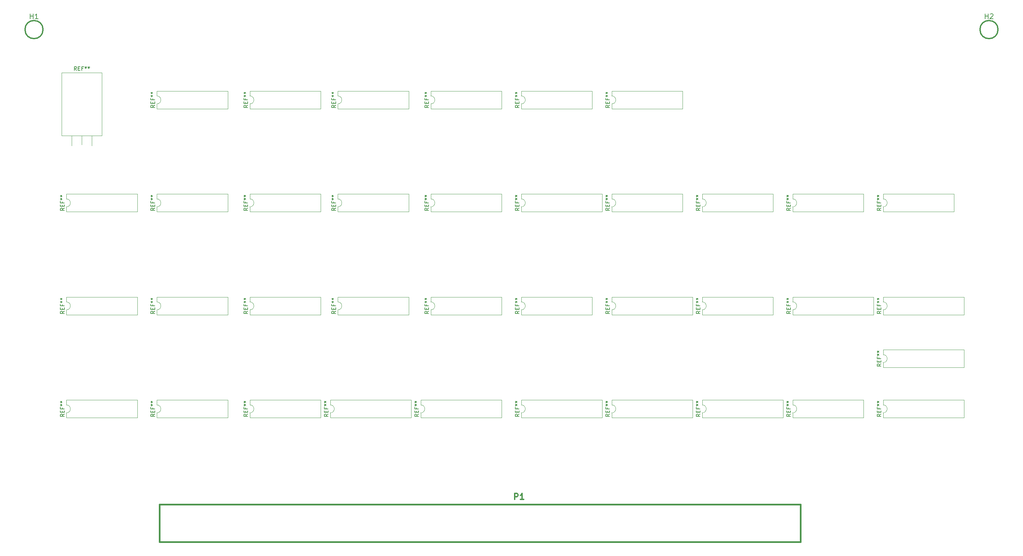
<source format=gto>
G04 #@! TF.GenerationSoftware,KiCad,Pcbnew,(5.1.12)-1*
G04 #@! TF.CreationDate,2022-10-15T16:15:19+01:00*
G04 #@! TF.ProjectId,Dazzler,44617a7a-6c65-4722-9e6b-696361645f70,rev?*
G04 #@! TF.SameCoordinates,Original*
G04 #@! TF.FileFunction,Legend,Top*
G04 #@! TF.FilePolarity,Positive*
%FSLAX46Y46*%
G04 Gerber Fmt 4.6, Leading zero omitted, Abs format (unit mm)*
G04 Created by KiCad (PCBNEW (5.1.12)-1) date 2022-10-15 16:15:19*
%MOMM*%
%LPD*%
G01*
G04 APERTURE LIST*
%ADD10C,0.120000*%
%ADD11C,0.381000*%
%ADD12C,0.304800*%
%ADD13C,0.150000*%
%ADD14C,0.203200*%
%ADD15O,2.413000X2.508000*%
%ADD16C,2.413000*%
%ADD17O,4.008000X4.008000*%
%ADD18O,2.108000X2.908000*%
%ADD19C,3.556000*%
G04 APERTURE END LIST*
D10*
X41275000Y-54730000D02*
X41275000Y-57270000D01*
X38735000Y-54730000D02*
X38735000Y-57270000D01*
X36195000Y-54730000D02*
X36195000Y-57270000D01*
X43855000Y-38840000D02*
X43855000Y-54730000D01*
X33615000Y-38840000D02*
X33615000Y-54730000D01*
X33615000Y-38840000D02*
X43855000Y-38840000D01*
X33615000Y-54730000D02*
X43855000Y-54730000D01*
X172660000Y-46720000D02*
X172660000Y-47970000D01*
X172660000Y-47970000D02*
X190560000Y-47970000D01*
X190560000Y-47970000D02*
X190560000Y-43470000D01*
X190560000Y-43470000D02*
X172660000Y-43470000D01*
X172660000Y-43470000D02*
X172660000Y-44720000D01*
X172660000Y-44720000D02*
G75*
G02*
X172660000Y-46720000I0J-1000000D01*
G01*
X149800000Y-46720000D02*
X149800000Y-47970000D01*
X149800000Y-47970000D02*
X167700000Y-47970000D01*
X167700000Y-47970000D02*
X167700000Y-43470000D01*
X167700000Y-43470000D02*
X149800000Y-43470000D01*
X149800000Y-43470000D02*
X149800000Y-44720000D01*
X149800000Y-44720000D02*
G75*
G02*
X149800000Y-46720000I0J-1000000D01*
G01*
X126940000Y-46720000D02*
X126940000Y-47970000D01*
X126940000Y-47970000D02*
X144840000Y-47970000D01*
X144840000Y-47970000D02*
X144840000Y-43470000D01*
X144840000Y-43470000D02*
X126940000Y-43470000D01*
X126940000Y-43470000D02*
X126940000Y-44720000D01*
X126940000Y-44720000D02*
G75*
G02*
X126940000Y-46720000I0J-1000000D01*
G01*
X103445000Y-46720000D02*
X103445000Y-47970000D01*
X103445000Y-47970000D02*
X121345000Y-47970000D01*
X121345000Y-47970000D02*
X121345000Y-43470000D01*
X121345000Y-43470000D02*
X103445000Y-43470000D01*
X103445000Y-43470000D02*
X103445000Y-44720000D01*
X103445000Y-44720000D02*
G75*
G02*
X103445000Y-46720000I0J-1000000D01*
G01*
X81220000Y-46720000D02*
X81220000Y-47970000D01*
X81220000Y-47970000D02*
X99120000Y-47970000D01*
X99120000Y-47970000D02*
X99120000Y-43470000D01*
X99120000Y-43470000D02*
X81220000Y-43470000D01*
X81220000Y-43470000D02*
X81220000Y-44720000D01*
X81220000Y-44720000D02*
G75*
G02*
X81220000Y-46720000I0J-1000000D01*
G01*
X241240000Y-72755000D02*
X241240000Y-74005000D01*
X241240000Y-74005000D02*
X259140000Y-74005000D01*
X259140000Y-74005000D02*
X259140000Y-69505000D01*
X259140000Y-69505000D02*
X241240000Y-69505000D01*
X241240000Y-69505000D02*
X241240000Y-70755000D01*
X241240000Y-70755000D02*
G75*
G02*
X241240000Y-72755000I0J-1000000D01*
G01*
X218380000Y-72755000D02*
X218380000Y-74005000D01*
X218380000Y-74005000D02*
X236280000Y-74005000D01*
X236280000Y-74005000D02*
X236280000Y-69505000D01*
X236280000Y-69505000D02*
X218380000Y-69505000D01*
X218380000Y-69505000D02*
X218380000Y-70755000D01*
X218380000Y-70755000D02*
G75*
G02*
X218380000Y-72755000I0J-1000000D01*
G01*
X195520000Y-72755000D02*
X195520000Y-74005000D01*
X195520000Y-74005000D02*
X213420000Y-74005000D01*
X213420000Y-74005000D02*
X213420000Y-69505000D01*
X213420000Y-69505000D02*
X195520000Y-69505000D01*
X195520000Y-69505000D02*
X195520000Y-70755000D01*
X195520000Y-70755000D02*
G75*
G02*
X195520000Y-72755000I0J-1000000D01*
G01*
X172660000Y-72755000D02*
X172660000Y-74005000D01*
X172660000Y-74005000D02*
X190560000Y-74005000D01*
X190560000Y-74005000D02*
X190560000Y-69505000D01*
X190560000Y-69505000D02*
X172660000Y-69505000D01*
X172660000Y-69505000D02*
X172660000Y-70755000D01*
X172660000Y-70755000D02*
G75*
G02*
X172660000Y-72755000I0J-1000000D01*
G01*
X241240000Y-112125000D02*
X241240000Y-113375000D01*
X241240000Y-113375000D02*
X261680000Y-113375000D01*
X261680000Y-113375000D02*
X261680000Y-108875000D01*
X261680000Y-108875000D02*
X241240000Y-108875000D01*
X241240000Y-108875000D02*
X241240000Y-110125000D01*
X241240000Y-110125000D02*
G75*
G02*
X241240000Y-112125000I0J-1000000D01*
G01*
X195520000Y-124825000D02*
X195520000Y-126075000D01*
X195520000Y-126075000D02*
X215960000Y-126075000D01*
X215960000Y-126075000D02*
X215960000Y-121575000D01*
X215960000Y-121575000D02*
X195520000Y-121575000D01*
X195520000Y-121575000D02*
X195520000Y-122825000D01*
X195520000Y-122825000D02*
G75*
G02*
X195520000Y-124825000I0J-1000000D01*
G01*
X126940000Y-72755000D02*
X126940000Y-74005000D01*
X126940000Y-74005000D02*
X144840000Y-74005000D01*
X144840000Y-74005000D02*
X144840000Y-69505000D01*
X144840000Y-69505000D02*
X126940000Y-69505000D01*
X126940000Y-69505000D02*
X126940000Y-70755000D01*
X126940000Y-70755000D02*
G75*
G02*
X126940000Y-72755000I0J-1000000D01*
G01*
X103445000Y-72755000D02*
X103445000Y-74005000D01*
X103445000Y-74005000D02*
X121345000Y-74005000D01*
X121345000Y-74005000D02*
X121345000Y-69505000D01*
X121345000Y-69505000D02*
X103445000Y-69505000D01*
X103445000Y-69505000D02*
X103445000Y-70755000D01*
X103445000Y-70755000D02*
G75*
G02*
X103445000Y-72755000I0J-1000000D01*
G01*
X149800000Y-98790000D02*
X149800000Y-100040000D01*
X149800000Y-100040000D02*
X167700000Y-100040000D01*
X167700000Y-100040000D02*
X167700000Y-95540000D01*
X167700000Y-95540000D02*
X149800000Y-95540000D01*
X149800000Y-95540000D02*
X149800000Y-96790000D01*
X149800000Y-96790000D02*
G75*
G02*
X149800000Y-98790000I0J-1000000D01*
G01*
X103445000Y-98790000D02*
X103445000Y-100040000D01*
X103445000Y-100040000D02*
X121345000Y-100040000D01*
X121345000Y-100040000D02*
X121345000Y-95540000D01*
X121345000Y-95540000D02*
X103445000Y-95540000D01*
X103445000Y-95540000D02*
X103445000Y-96790000D01*
X103445000Y-96790000D02*
G75*
G02*
X103445000Y-98790000I0J-1000000D01*
G01*
X81220000Y-98790000D02*
X81220000Y-100040000D01*
X81220000Y-100040000D02*
X99120000Y-100040000D01*
X99120000Y-100040000D02*
X99120000Y-95540000D01*
X99120000Y-95540000D02*
X81220000Y-95540000D01*
X81220000Y-95540000D02*
X81220000Y-96790000D01*
X81220000Y-96790000D02*
G75*
G02*
X81220000Y-98790000I0J-1000000D01*
G01*
X57725000Y-72755000D02*
X57725000Y-74005000D01*
X57725000Y-74005000D02*
X75625000Y-74005000D01*
X75625000Y-74005000D02*
X75625000Y-69505000D01*
X75625000Y-69505000D02*
X57725000Y-69505000D01*
X57725000Y-69505000D02*
X57725000Y-70755000D01*
X57725000Y-70755000D02*
G75*
G02*
X57725000Y-72755000I0J-1000000D01*
G01*
X81220000Y-72755000D02*
X81220000Y-74005000D01*
X81220000Y-74005000D02*
X99120000Y-74005000D01*
X99120000Y-74005000D02*
X99120000Y-69505000D01*
X99120000Y-69505000D02*
X81220000Y-69505000D01*
X81220000Y-69505000D02*
X81220000Y-70755000D01*
X81220000Y-70755000D02*
G75*
G02*
X81220000Y-72755000I0J-1000000D01*
G01*
X34865000Y-72755000D02*
X34865000Y-74005000D01*
X34865000Y-74005000D02*
X52765000Y-74005000D01*
X52765000Y-74005000D02*
X52765000Y-69505000D01*
X52765000Y-69505000D02*
X34865000Y-69505000D01*
X34865000Y-69505000D02*
X34865000Y-70755000D01*
X34865000Y-70755000D02*
G75*
G02*
X34865000Y-72755000I0J-1000000D01*
G01*
X57725000Y-46720000D02*
X57725000Y-47970000D01*
X57725000Y-47970000D02*
X75625000Y-47970000D01*
X75625000Y-47970000D02*
X75625000Y-43470000D01*
X75625000Y-43470000D02*
X57725000Y-43470000D01*
X57725000Y-43470000D02*
X57725000Y-44720000D01*
X57725000Y-44720000D02*
G75*
G02*
X57725000Y-46720000I0J-1000000D01*
G01*
X57725000Y-98790000D02*
X57725000Y-100040000D01*
X57725000Y-100040000D02*
X75625000Y-100040000D01*
X75625000Y-100040000D02*
X75625000Y-95540000D01*
X75625000Y-95540000D02*
X57725000Y-95540000D01*
X57725000Y-95540000D02*
X57725000Y-96790000D01*
X57725000Y-96790000D02*
G75*
G02*
X57725000Y-98790000I0J-1000000D01*
G01*
X126940000Y-98790000D02*
X126940000Y-100040000D01*
X126940000Y-100040000D02*
X144840000Y-100040000D01*
X144840000Y-100040000D02*
X144840000Y-95540000D01*
X144840000Y-95540000D02*
X126940000Y-95540000D01*
X126940000Y-95540000D02*
X126940000Y-96790000D01*
X126940000Y-96790000D02*
G75*
G02*
X126940000Y-98790000I0J-1000000D01*
G01*
X34865000Y-98790000D02*
X34865000Y-100040000D01*
X34865000Y-100040000D02*
X52765000Y-100040000D01*
X52765000Y-100040000D02*
X52765000Y-95540000D01*
X52765000Y-95540000D02*
X34865000Y-95540000D01*
X34865000Y-95540000D02*
X34865000Y-96790000D01*
X34865000Y-96790000D02*
G75*
G02*
X34865000Y-98790000I0J-1000000D01*
G01*
X172660000Y-98790000D02*
X172660000Y-100040000D01*
X172660000Y-100040000D02*
X193100000Y-100040000D01*
X193100000Y-100040000D02*
X193100000Y-95540000D01*
X193100000Y-95540000D02*
X172660000Y-95540000D01*
X172660000Y-95540000D02*
X172660000Y-96790000D01*
X172660000Y-96790000D02*
G75*
G02*
X172660000Y-98790000I0J-1000000D01*
G01*
X241240000Y-98790000D02*
X241240000Y-100040000D01*
X241240000Y-100040000D02*
X261680000Y-100040000D01*
X261680000Y-100040000D02*
X261680000Y-95540000D01*
X261680000Y-95540000D02*
X241240000Y-95540000D01*
X241240000Y-95540000D02*
X241240000Y-96790000D01*
X241240000Y-96790000D02*
G75*
G02*
X241240000Y-98790000I0J-1000000D01*
G01*
X195520000Y-98790000D02*
X195520000Y-100040000D01*
X195520000Y-100040000D02*
X213420000Y-100040000D01*
X213420000Y-100040000D02*
X213420000Y-95540000D01*
X213420000Y-95540000D02*
X195520000Y-95540000D01*
X195520000Y-95540000D02*
X195520000Y-96790000D01*
X195520000Y-96790000D02*
G75*
G02*
X195520000Y-98790000I0J-1000000D01*
G01*
X218380000Y-98790000D02*
X218380000Y-100040000D01*
X218380000Y-100040000D02*
X238820000Y-100040000D01*
X238820000Y-100040000D02*
X238820000Y-95540000D01*
X238820000Y-95540000D02*
X218380000Y-95540000D01*
X218380000Y-95540000D02*
X218380000Y-96790000D01*
X218380000Y-96790000D02*
G75*
G02*
X218380000Y-98790000I0J-1000000D01*
G01*
X218380000Y-124825000D02*
X218380000Y-126075000D01*
X218380000Y-126075000D02*
X236280000Y-126075000D01*
X236280000Y-126075000D02*
X236280000Y-121575000D01*
X236280000Y-121575000D02*
X218380000Y-121575000D01*
X218380000Y-121575000D02*
X218380000Y-122825000D01*
X218380000Y-122825000D02*
G75*
G02*
X218380000Y-124825000I0J-1000000D01*
G01*
X241240000Y-124825000D02*
X241240000Y-126075000D01*
X241240000Y-126075000D02*
X261680000Y-126075000D01*
X261680000Y-126075000D02*
X261680000Y-121575000D01*
X261680000Y-121575000D02*
X241240000Y-121575000D01*
X241240000Y-121575000D02*
X241240000Y-122825000D01*
X241240000Y-122825000D02*
G75*
G02*
X241240000Y-124825000I0J-1000000D01*
G01*
X172660000Y-124825000D02*
X172660000Y-126075000D01*
X172660000Y-126075000D02*
X193100000Y-126075000D01*
X193100000Y-126075000D02*
X193100000Y-121575000D01*
X193100000Y-121575000D02*
X172660000Y-121575000D01*
X172660000Y-121575000D02*
X172660000Y-122825000D01*
X172660000Y-122825000D02*
G75*
G02*
X172660000Y-124825000I0J-1000000D01*
G01*
X149800000Y-124825000D02*
X149800000Y-126075000D01*
X149800000Y-126075000D02*
X170240000Y-126075000D01*
X170240000Y-126075000D02*
X170240000Y-121575000D01*
X170240000Y-121575000D02*
X149800000Y-121575000D01*
X149800000Y-121575000D02*
X149800000Y-122825000D01*
X149800000Y-122825000D02*
G75*
G02*
X149800000Y-124825000I0J-1000000D01*
G01*
X124400000Y-124825000D02*
X124400000Y-126075000D01*
X124400000Y-126075000D02*
X144840000Y-126075000D01*
X144840000Y-126075000D02*
X144840000Y-121575000D01*
X144840000Y-121575000D02*
X124400000Y-121575000D01*
X124400000Y-121575000D02*
X124400000Y-122825000D01*
X124400000Y-122825000D02*
G75*
G02*
X124400000Y-124825000I0J-1000000D01*
G01*
X149800000Y-72755000D02*
X149800000Y-74005000D01*
X149800000Y-74005000D02*
X170240000Y-74005000D01*
X170240000Y-74005000D02*
X170240000Y-69505000D01*
X170240000Y-69505000D02*
X149800000Y-69505000D01*
X149800000Y-69505000D02*
X149800000Y-70755000D01*
X149800000Y-70755000D02*
G75*
G02*
X149800000Y-72755000I0J-1000000D01*
G01*
X101540000Y-124825000D02*
X101540000Y-126075000D01*
X101540000Y-126075000D02*
X121980000Y-126075000D01*
X121980000Y-126075000D02*
X121980000Y-121575000D01*
X121980000Y-121575000D02*
X101540000Y-121575000D01*
X101540000Y-121575000D02*
X101540000Y-122825000D01*
X101540000Y-122825000D02*
G75*
G02*
X101540000Y-124825000I0J-1000000D01*
G01*
D11*
X220345000Y-147955000D02*
X220345000Y-157480000D01*
X220345000Y-157480000D02*
X58420000Y-157480000D01*
X58420000Y-157480000D02*
X58420000Y-147955000D01*
X58420000Y-147955000D02*
X220345000Y-147955000D01*
D10*
X34865000Y-124825000D02*
X34865000Y-126075000D01*
X34865000Y-126075000D02*
X52765000Y-126075000D01*
X52765000Y-126075000D02*
X52765000Y-121575000D01*
X52765000Y-121575000D02*
X34865000Y-121575000D01*
X34865000Y-121575000D02*
X34865000Y-122825000D01*
X34865000Y-122825000D02*
G75*
G02*
X34865000Y-124825000I0J-1000000D01*
G01*
X57725000Y-124825000D02*
X57725000Y-126075000D01*
X57725000Y-126075000D02*
X75625000Y-126075000D01*
X75625000Y-126075000D02*
X75625000Y-121575000D01*
X75625000Y-121575000D02*
X57725000Y-121575000D01*
X57725000Y-121575000D02*
X57725000Y-122825000D01*
X57725000Y-122825000D02*
G75*
G02*
X57725000Y-124825000I0J-1000000D01*
G01*
X81220000Y-124825000D02*
X81220000Y-126075000D01*
X81220000Y-126075000D02*
X99120000Y-126075000D01*
X99120000Y-126075000D02*
X99120000Y-121575000D01*
X99120000Y-121575000D02*
X81220000Y-121575000D01*
X81220000Y-121575000D02*
X81220000Y-122825000D01*
X81220000Y-122825000D02*
G75*
G02*
X81220000Y-124825000I0J-1000000D01*
G01*
D12*
X270256000Y-27940000D02*
G75*
G03*
X270256000Y-27940000I-2286000J0D01*
G01*
X28956000Y-27940000D02*
G75*
G03*
X28956000Y-27940000I-2286000J0D01*
G01*
D13*
X37401666Y-38292380D02*
X37068333Y-37816190D01*
X36830238Y-38292380D02*
X36830238Y-37292380D01*
X37211190Y-37292380D01*
X37306428Y-37340000D01*
X37354047Y-37387619D01*
X37401666Y-37482857D01*
X37401666Y-37625714D01*
X37354047Y-37720952D01*
X37306428Y-37768571D01*
X37211190Y-37816190D01*
X36830238Y-37816190D01*
X37830238Y-37768571D02*
X38163571Y-37768571D01*
X38306428Y-38292380D02*
X37830238Y-38292380D01*
X37830238Y-37292380D01*
X38306428Y-37292380D01*
X39068333Y-37768571D02*
X38735000Y-37768571D01*
X38735000Y-38292380D02*
X38735000Y-37292380D01*
X39211190Y-37292380D01*
X39735000Y-37292380D02*
X39735000Y-37530476D01*
X39496904Y-37435238D02*
X39735000Y-37530476D01*
X39973095Y-37435238D01*
X39592142Y-37720952D02*
X39735000Y-37530476D01*
X39877857Y-37720952D01*
X40496904Y-37292380D02*
X40496904Y-37530476D01*
X40258809Y-37435238D02*
X40496904Y-37530476D01*
X40735000Y-37435238D01*
X40354047Y-37720952D02*
X40496904Y-37530476D01*
X40639761Y-37720952D01*
X172112380Y-47053333D02*
X171636190Y-47386666D01*
X172112380Y-47624761D02*
X171112380Y-47624761D01*
X171112380Y-47243809D01*
X171160000Y-47148571D01*
X171207619Y-47100952D01*
X171302857Y-47053333D01*
X171445714Y-47053333D01*
X171540952Y-47100952D01*
X171588571Y-47148571D01*
X171636190Y-47243809D01*
X171636190Y-47624761D01*
X171588571Y-46624761D02*
X171588571Y-46291428D01*
X172112380Y-46148571D02*
X172112380Y-46624761D01*
X171112380Y-46624761D01*
X171112380Y-46148571D01*
X171588571Y-45386666D02*
X171588571Y-45720000D01*
X172112380Y-45720000D02*
X171112380Y-45720000D01*
X171112380Y-45243809D01*
X171112380Y-44720000D02*
X171350476Y-44720000D01*
X171255238Y-44958095D02*
X171350476Y-44720000D01*
X171255238Y-44481904D01*
X171540952Y-44862857D02*
X171350476Y-44720000D01*
X171540952Y-44577142D01*
X171112380Y-43958095D02*
X171350476Y-43958095D01*
X171255238Y-44196190D02*
X171350476Y-43958095D01*
X171255238Y-43720000D01*
X171540952Y-44100952D02*
X171350476Y-43958095D01*
X171540952Y-43815238D01*
X149252380Y-47053333D02*
X148776190Y-47386666D01*
X149252380Y-47624761D02*
X148252380Y-47624761D01*
X148252380Y-47243809D01*
X148300000Y-47148571D01*
X148347619Y-47100952D01*
X148442857Y-47053333D01*
X148585714Y-47053333D01*
X148680952Y-47100952D01*
X148728571Y-47148571D01*
X148776190Y-47243809D01*
X148776190Y-47624761D01*
X148728571Y-46624761D02*
X148728571Y-46291428D01*
X149252380Y-46148571D02*
X149252380Y-46624761D01*
X148252380Y-46624761D01*
X148252380Y-46148571D01*
X148728571Y-45386666D02*
X148728571Y-45720000D01*
X149252380Y-45720000D02*
X148252380Y-45720000D01*
X148252380Y-45243809D01*
X148252380Y-44720000D02*
X148490476Y-44720000D01*
X148395238Y-44958095D02*
X148490476Y-44720000D01*
X148395238Y-44481904D01*
X148680952Y-44862857D02*
X148490476Y-44720000D01*
X148680952Y-44577142D01*
X148252380Y-43958095D02*
X148490476Y-43958095D01*
X148395238Y-44196190D02*
X148490476Y-43958095D01*
X148395238Y-43720000D01*
X148680952Y-44100952D02*
X148490476Y-43958095D01*
X148680952Y-43815238D01*
X126392380Y-47053333D02*
X125916190Y-47386666D01*
X126392380Y-47624761D02*
X125392380Y-47624761D01*
X125392380Y-47243809D01*
X125440000Y-47148571D01*
X125487619Y-47100952D01*
X125582857Y-47053333D01*
X125725714Y-47053333D01*
X125820952Y-47100952D01*
X125868571Y-47148571D01*
X125916190Y-47243809D01*
X125916190Y-47624761D01*
X125868571Y-46624761D02*
X125868571Y-46291428D01*
X126392380Y-46148571D02*
X126392380Y-46624761D01*
X125392380Y-46624761D01*
X125392380Y-46148571D01*
X125868571Y-45386666D02*
X125868571Y-45720000D01*
X126392380Y-45720000D02*
X125392380Y-45720000D01*
X125392380Y-45243809D01*
X125392380Y-44720000D02*
X125630476Y-44720000D01*
X125535238Y-44958095D02*
X125630476Y-44720000D01*
X125535238Y-44481904D01*
X125820952Y-44862857D02*
X125630476Y-44720000D01*
X125820952Y-44577142D01*
X125392380Y-43958095D02*
X125630476Y-43958095D01*
X125535238Y-44196190D02*
X125630476Y-43958095D01*
X125535238Y-43720000D01*
X125820952Y-44100952D02*
X125630476Y-43958095D01*
X125820952Y-43815238D01*
X102897380Y-47053333D02*
X102421190Y-47386666D01*
X102897380Y-47624761D02*
X101897380Y-47624761D01*
X101897380Y-47243809D01*
X101945000Y-47148571D01*
X101992619Y-47100952D01*
X102087857Y-47053333D01*
X102230714Y-47053333D01*
X102325952Y-47100952D01*
X102373571Y-47148571D01*
X102421190Y-47243809D01*
X102421190Y-47624761D01*
X102373571Y-46624761D02*
X102373571Y-46291428D01*
X102897380Y-46148571D02*
X102897380Y-46624761D01*
X101897380Y-46624761D01*
X101897380Y-46148571D01*
X102373571Y-45386666D02*
X102373571Y-45720000D01*
X102897380Y-45720000D02*
X101897380Y-45720000D01*
X101897380Y-45243809D01*
X101897380Y-44720000D02*
X102135476Y-44720000D01*
X102040238Y-44958095D02*
X102135476Y-44720000D01*
X102040238Y-44481904D01*
X102325952Y-44862857D02*
X102135476Y-44720000D01*
X102325952Y-44577142D01*
X101897380Y-43958095D02*
X102135476Y-43958095D01*
X102040238Y-44196190D02*
X102135476Y-43958095D01*
X102040238Y-43720000D01*
X102325952Y-44100952D02*
X102135476Y-43958095D01*
X102325952Y-43815238D01*
X80672380Y-47053333D02*
X80196190Y-47386666D01*
X80672380Y-47624761D02*
X79672380Y-47624761D01*
X79672380Y-47243809D01*
X79720000Y-47148571D01*
X79767619Y-47100952D01*
X79862857Y-47053333D01*
X80005714Y-47053333D01*
X80100952Y-47100952D01*
X80148571Y-47148571D01*
X80196190Y-47243809D01*
X80196190Y-47624761D01*
X80148571Y-46624761D02*
X80148571Y-46291428D01*
X80672380Y-46148571D02*
X80672380Y-46624761D01*
X79672380Y-46624761D01*
X79672380Y-46148571D01*
X80148571Y-45386666D02*
X80148571Y-45720000D01*
X80672380Y-45720000D02*
X79672380Y-45720000D01*
X79672380Y-45243809D01*
X79672380Y-44720000D02*
X79910476Y-44720000D01*
X79815238Y-44958095D02*
X79910476Y-44720000D01*
X79815238Y-44481904D01*
X80100952Y-44862857D02*
X79910476Y-44720000D01*
X80100952Y-44577142D01*
X79672380Y-43958095D02*
X79910476Y-43958095D01*
X79815238Y-44196190D02*
X79910476Y-43958095D01*
X79815238Y-43720000D01*
X80100952Y-44100952D02*
X79910476Y-43958095D01*
X80100952Y-43815238D01*
X240692380Y-73088333D02*
X240216190Y-73421666D01*
X240692380Y-73659761D02*
X239692380Y-73659761D01*
X239692380Y-73278809D01*
X239740000Y-73183571D01*
X239787619Y-73135952D01*
X239882857Y-73088333D01*
X240025714Y-73088333D01*
X240120952Y-73135952D01*
X240168571Y-73183571D01*
X240216190Y-73278809D01*
X240216190Y-73659761D01*
X240168571Y-72659761D02*
X240168571Y-72326428D01*
X240692380Y-72183571D02*
X240692380Y-72659761D01*
X239692380Y-72659761D01*
X239692380Y-72183571D01*
X240168571Y-71421666D02*
X240168571Y-71755000D01*
X240692380Y-71755000D02*
X239692380Y-71755000D01*
X239692380Y-71278809D01*
X239692380Y-70755000D02*
X239930476Y-70755000D01*
X239835238Y-70993095D02*
X239930476Y-70755000D01*
X239835238Y-70516904D01*
X240120952Y-70897857D02*
X239930476Y-70755000D01*
X240120952Y-70612142D01*
X239692380Y-69993095D02*
X239930476Y-69993095D01*
X239835238Y-70231190D02*
X239930476Y-69993095D01*
X239835238Y-69755000D01*
X240120952Y-70135952D02*
X239930476Y-69993095D01*
X240120952Y-69850238D01*
X217832380Y-73088333D02*
X217356190Y-73421666D01*
X217832380Y-73659761D02*
X216832380Y-73659761D01*
X216832380Y-73278809D01*
X216880000Y-73183571D01*
X216927619Y-73135952D01*
X217022857Y-73088333D01*
X217165714Y-73088333D01*
X217260952Y-73135952D01*
X217308571Y-73183571D01*
X217356190Y-73278809D01*
X217356190Y-73659761D01*
X217308571Y-72659761D02*
X217308571Y-72326428D01*
X217832380Y-72183571D02*
X217832380Y-72659761D01*
X216832380Y-72659761D01*
X216832380Y-72183571D01*
X217308571Y-71421666D02*
X217308571Y-71755000D01*
X217832380Y-71755000D02*
X216832380Y-71755000D01*
X216832380Y-71278809D01*
X216832380Y-70755000D02*
X217070476Y-70755000D01*
X216975238Y-70993095D02*
X217070476Y-70755000D01*
X216975238Y-70516904D01*
X217260952Y-70897857D02*
X217070476Y-70755000D01*
X217260952Y-70612142D01*
X216832380Y-69993095D02*
X217070476Y-69993095D01*
X216975238Y-70231190D02*
X217070476Y-69993095D01*
X216975238Y-69755000D01*
X217260952Y-70135952D02*
X217070476Y-69993095D01*
X217260952Y-69850238D01*
X194972380Y-73088333D02*
X194496190Y-73421666D01*
X194972380Y-73659761D02*
X193972380Y-73659761D01*
X193972380Y-73278809D01*
X194020000Y-73183571D01*
X194067619Y-73135952D01*
X194162857Y-73088333D01*
X194305714Y-73088333D01*
X194400952Y-73135952D01*
X194448571Y-73183571D01*
X194496190Y-73278809D01*
X194496190Y-73659761D01*
X194448571Y-72659761D02*
X194448571Y-72326428D01*
X194972380Y-72183571D02*
X194972380Y-72659761D01*
X193972380Y-72659761D01*
X193972380Y-72183571D01*
X194448571Y-71421666D02*
X194448571Y-71755000D01*
X194972380Y-71755000D02*
X193972380Y-71755000D01*
X193972380Y-71278809D01*
X193972380Y-70755000D02*
X194210476Y-70755000D01*
X194115238Y-70993095D02*
X194210476Y-70755000D01*
X194115238Y-70516904D01*
X194400952Y-70897857D02*
X194210476Y-70755000D01*
X194400952Y-70612142D01*
X193972380Y-69993095D02*
X194210476Y-69993095D01*
X194115238Y-70231190D02*
X194210476Y-69993095D01*
X194115238Y-69755000D01*
X194400952Y-70135952D02*
X194210476Y-69993095D01*
X194400952Y-69850238D01*
X172112380Y-73088333D02*
X171636190Y-73421666D01*
X172112380Y-73659761D02*
X171112380Y-73659761D01*
X171112380Y-73278809D01*
X171160000Y-73183571D01*
X171207619Y-73135952D01*
X171302857Y-73088333D01*
X171445714Y-73088333D01*
X171540952Y-73135952D01*
X171588571Y-73183571D01*
X171636190Y-73278809D01*
X171636190Y-73659761D01*
X171588571Y-72659761D02*
X171588571Y-72326428D01*
X172112380Y-72183571D02*
X172112380Y-72659761D01*
X171112380Y-72659761D01*
X171112380Y-72183571D01*
X171588571Y-71421666D02*
X171588571Y-71755000D01*
X172112380Y-71755000D02*
X171112380Y-71755000D01*
X171112380Y-71278809D01*
X171112380Y-70755000D02*
X171350476Y-70755000D01*
X171255238Y-70993095D02*
X171350476Y-70755000D01*
X171255238Y-70516904D01*
X171540952Y-70897857D02*
X171350476Y-70755000D01*
X171540952Y-70612142D01*
X171112380Y-69993095D02*
X171350476Y-69993095D01*
X171255238Y-70231190D02*
X171350476Y-69993095D01*
X171255238Y-69755000D01*
X171540952Y-70135952D02*
X171350476Y-69993095D01*
X171540952Y-69850238D01*
X240692380Y-112458333D02*
X240216190Y-112791666D01*
X240692380Y-113029761D02*
X239692380Y-113029761D01*
X239692380Y-112648809D01*
X239740000Y-112553571D01*
X239787619Y-112505952D01*
X239882857Y-112458333D01*
X240025714Y-112458333D01*
X240120952Y-112505952D01*
X240168571Y-112553571D01*
X240216190Y-112648809D01*
X240216190Y-113029761D01*
X240168571Y-112029761D02*
X240168571Y-111696428D01*
X240692380Y-111553571D02*
X240692380Y-112029761D01*
X239692380Y-112029761D01*
X239692380Y-111553571D01*
X240168571Y-110791666D02*
X240168571Y-111125000D01*
X240692380Y-111125000D02*
X239692380Y-111125000D01*
X239692380Y-110648809D01*
X239692380Y-110125000D02*
X239930476Y-110125000D01*
X239835238Y-110363095D02*
X239930476Y-110125000D01*
X239835238Y-109886904D01*
X240120952Y-110267857D02*
X239930476Y-110125000D01*
X240120952Y-109982142D01*
X239692380Y-109363095D02*
X239930476Y-109363095D01*
X239835238Y-109601190D02*
X239930476Y-109363095D01*
X239835238Y-109125000D01*
X240120952Y-109505952D02*
X239930476Y-109363095D01*
X240120952Y-109220238D01*
X194972380Y-125158333D02*
X194496190Y-125491666D01*
X194972380Y-125729761D02*
X193972380Y-125729761D01*
X193972380Y-125348809D01*
X194020000Y-125253571D01*
X194067619Y-125205952D01*
X194162857Y-125158333D01*
X194305714Y-125158333D01*
X194400952Y-125205952D01*
X194448571Y-125253571D01*
X194496190Y-125348809D01*
X194496190Y-125729761D01*
X194448571Y-124729761D02*
X194448571Y-124396428D01*
X194972380Y-124253571D02*
X194972380Y-124729761D01*
X193972380Y-124729761D01*
X193972380Y-124253571D01*
X194448571Y-123491666D02*
X194448571Y-123825000D01*
X194972380Y-123825000D02*
X193972380Y-123825000D01*
X193972380Y-123348809D01*
X193972380Y-122825000D02*
X194210476Y-122825000D01*
X194115238Y-123063095D02*
X194210476Y-122825000D01*
X194115238Y-122586904D01*
X194400952Y-122967857D02*
X194210476Y-122825000D01*
X194400952Y-122682142D01*
X193972380Y-122063095D02*
X194210476Y-122063095D01*
X194115238Y-122301190D02*
X194210476Y-122063095D01*
X194115238Y-121825000D01*
X194400952Y-122205952D02*
X194210476Y-122063095D01*
X194400952Y-121920238D01*
X126392380Y-73088333D02*
X125916190Y-73421666D01*
X126392380Y-73659761D02*
X125392380Y-73659761D01*
X125392380Y-73278809D01*
X125440000Y-73183571D01*
X125487619Y-73135952D01*
X125582857Y-73088333D01*
X125725714Y-73088333D01*
X125820952Y-73135952D01*
X125868571Y-73183571D01*
X125916190Y-73278809D01*
X125916190Y-73659761D01*
X125868571Y-72659761D02*
X125868571Y-72326428D01*
X126392380Y-72183571D02*
X126392380Y-72659761D01*
X125392380Y-72659761D01*
X125392380Y-72183571D01*
X125868571Y-71421666D02*
X125868571Y-71755000D01*
X126392380Y-71755000D02*
X125392380Y-71755000D01*
X125392380Y-71278809D01*
X125392380Y-70755000D02*
X125630476Y-70755000D01*
X125535238Y-70993095D02*
X125630476Y-70755000D01*
X125535238Y-70516904D01*
X125820952Y-70897857D02*
X125630476Y-70755000D01*
X125820952Y-70612142D01*
X125392380Y-69993095D02*
X125630476Y-69993095D01*
X125535238Y-70231190D02*
X125630476Y-69993095D01*
X125535238Y-69755000D01*
X125820952Y-70135952D02*
X125630476Y-69993095D01*
X125820952Y-69850238D01*
X102897380Y-73088333D02*
X102421190Y-73421666D01*
X102897380Y-73659761D02*
X101897380Y-73659761D01*
X101897380Y-73278809D01*
X101945000Y-73183571D01*
X101992619Y-73135952D01*
X102087857Y-73088333D01*
X102230714Y-73088333D01*
X102325952Y-73135952D01*
X102373571Y-73183571D01*
X102421190Y-73278809D01*
X102421190Y-73659761D01*
X102373571Y-72659761D02*
X102373571Y-72326428D01*
X102897380Y-72183571D02*
X102897380Y-72659761D01*
X101897380Y-72659761D01*
X101897380Y-72183571D01*
X102373571Y-71421666D02*
X102373571Y-71755000D01*
X102897380Y-71755000D02*
X101897380Y-71755000D01*
X101897380Y-71278809D01*
X101897380Y-70755000D02*
X102135476Y-70755000D01*
X102040238Y-70993095D02*
X102135476Y-70755000D01*
X102040238Y-70516904D01*
X102325952Y-70897857D02*
X102135476Y-70755000D01*
X102325952Y-70612142D01*
X101897380Y-69993095D02*
X102135476Y-69993095D01*
X102040238Y-70231190D02*
X102135476Y-69993095D01*
X102040238Y-69755000D01*
X102325952Y-70135952D02*
X102135476Y-69993095D01*
X102325952Y-69850238D01*
X149252380Y-99123333D02*
X148776190Y-99456666D01*
X149252380Y-99694761D02*
X148252380Y-99694761D01*
X148252380Y-99313809D01*
X148300000Y-99218571D01*
X148347619Y-99170952D01*
X148442857Y-99123333D01*
X148585714Y-99123333D01*
X148680952Y-99170952D01*
X148728571Y-99218571D01*
X148776190Y-99313809D01*
X148776190Y-99694761D01*
X148728571Y-98694761D02*
X148728571Y-98361428D01*
X149252380Y-98218571D02*
X149252380Y-98694761D01*
X148252380Y-98694761D01*
X148252380Y-98218571D01*
X148728571Y-97456666D02*
X148728571Y-97790000D01*
X149252380Y-97790000D02*
X148252380Y-97790000D01*
X148252380Y-97313809D01*
X148252380Y-96790000D02*
X148490476Y-96790000D01*
X148395238Y-97028095D02*
X148490476Y-96790000D01*
X148395238Y-96551904D01*
X148680952Y-96932857D02*
X148490476Y-96790000D01*
X148680952Y-96647142D01*
X148252380Y-96028095D02*
X148490476Y-96028095D01*
X148395238Y-96266190D02*
X148490476Y-96028095D01*
X148395238Y-95790000D01*
X148680952Y-96170952D02*
X148490476Y-96028095D01*
X148680952Y-95885238D01*
X102897380Y-99123333D02*
X102421190Y-99456666D01*
X102897380Y-99694761D02*
X101897380Y-99694761D01*
X101897380Y-99313809D01*
X101945000Y-99218571D01*
X101992619Y-99170952D01*
X102087857Y-99123333D01*
X102230714Y-99123333D01*
X102325952Y-99170952D01*
X102373571Y-99218571D01*
X102421190Y-99313809D01*
X102421190Y-99694761D01*
X102373571Y-98694761D02*
X102373571Y-98361428D01*
X102897380Y-98218571D02*
X102897380Y-98694761D01*
X101897380Y-98694761D01*
X101897380Y-98218571D01*
X102373571Y-97456666D02*
X102373571Y-97790000D01*
X102897380Y-97790000D02*
X101897380Y-97790000D01*
X101897380Y-97313809D01*
X101897380Y-96790000D02*
X102135476Y-96790000D01*
X102040238Y-97028095D02*
X102135476Y-96790000D01*
X102040238Y-96551904D01*
X102325952Y-96932857D02*
X102135476Y-96790000D01*
X102325952Y-96647142D01*
X101897380Y-96028095D02*
X102135476Y-96028095D01*
X102040238Y-96266190D02*
X102135476Y-96028095D01*
X102040238Y-95790000D01*
X102325952Y-96170952D02*
X102135476Y-96028095D01*
X102325952Y-95885238D01*
X80672380Y-99123333D02*
X80196190Y-99456666D01*
X80672380Y-99694761D02*
X79672380Y-99694761D01*
X79672380Y-99313809D01*
X79720000Y-99218571D01*
X79767619Y-99170952D01*
X79862857Y-99123333D01*
X80005714Y-99123333D01*
X80100952Y-99170952D01*
X80148571Y-99218571D01*
X80196190Y-99313809D01*
X80196190Y-99694761D01*
X80148571Y-98694761D02*
X80148571Y-98361428D01*
X80672380Y-98218571D02*
X80672380Y-98694761D01*
X79672380Y-98694761D01*
X79672380Y-98218571D01*
X80148571Y-97456666D02*
X80148571Y-97790000D01*
X80672380Y-97790000D02*
X79672380Y-97790000D01*
X79672380Y-97313809D01*
X79672380Y-96790000D02*
X79910476Y-96790000D01*
X79815238Y-97028095D02*
X79910476Y-96790000D01*
X79815238Y-96551904D01*
X80100952Y-96932857D02*
X79910476Y-96790000D01*
X80100952Y-96647142D01*
X79672380Y-96028095D02*
X79910476Y-96028095D01*
X79815238Y-96266190D02*
X79910476Y-96028095D01*
X79815238Y-95790000D01*
X80100952Y-96170952D02*
X79910476Y-96028095D01*
X80100952Y-95885238D01*
X57177380Y-73088333D02*
X56701190Y-73421666D01*
X57177380Y-73659761D02*
X56177380Y-73659761D01*
X56177380Y-73278809D01*
X56225000Y-73183571D01*
X56272619Y-73135952D01*
X56367857Y-73088333D01*
X56510714Y-73088333D01*
X56605952Y-73135952D01*
X56653571Y-73183571D01*
X56701190Y-73278809D01*
X56701190Y-73659761D01*
X56653571Y-72659761D02*
X56653571Y-72326428D01*
X57177380Y-72183571D02*
X57177380Y-72659761D01*
X56177380Y-72659761D01*
X56177380Y-72183571D01*
X56653571Y-71421666D02*
X56653571Y-71755000D01*
X57177380Y-71755000D02*
X56177380Y-71755000D01*
X56177380Y-71278809D01*
X56177380Y-70755000D02*
X56415476Y-70755000D01*
X56320238Y-70993095D02*
X56415476Y-70755000D01*
X56320238Y-70516904D01*
X56605952Y-70897857D02*
X56415476Y-70755000D01*
X56605952Y-70612142D01*
X56177380Y-69993095D02*
X56415476Y-69993095D01*
X56320238Y-70231190D02*
X56415476Y-69993095D01*
X56320238Y-69755000D01*
X56605952Y-70135952D02*
X56415476Y-69993095D01*
X56605952Y-69850238D01*
X80672380Y-73088333D02*
X80196190Y-73421666D01*
X80672380Y-73659761D02*
X79672380Y-73659761D01*
X79672380Y-73278809D01*
X79720000Y-73183571D01*
X79767619Y-73135952D01*
X79862857Y-73088333D01*
X80005714Y-73088333D01*
X80100952Y-73135952D01*
X80148571Y-73183571D01*
X80196190Y-73278809D01*
X80196190Y-73659761D01*
X80148571Y-72659761D02*
X80148571Y-72326428D01*
X80672380Y-72183571D02*
X80672380Y-72659761D01*
X79672380Y-72659761D01*
X79672380Y-72183571D01*
X80148571Y-71421666D02*
X80148571Y-71755000D01*
X80672380Y-71755000D02*
X79672380Y-71755000D01*
X79672380Y-71278809D01*
X79672380Y-70755000D02*
X79910476Y-70755000D01*
X79815238Y-70993095D02*
X79910476Y-70755000D01*
X79815238Y-70516904D01*
X80100952Y-70897857D02*
X79910476Y-70755000D01*
X80100952Y-70612142D01*
X79672380Y-69993095D02*
X79910476Y-69993095D01*
X79815238Y-70231190D02*
X79910476Y-69993095D01*
X79815238Y-69755000D01*
X80100952Y-70135952D02*
X79910476Y-69993095D01*
X80100952Y-69850238D01*
X34317380Y-73088333D02*
X33841190Y-73421666D01*
X34317380Y-73659761D02*
X33317380Y-73659761D01*
X33317380Y-73278809D01*
X33365000Y-73183571D01*
X33412619Y-73135952D01*
X33507857Y-73088333D01*
X33650714Y-73088333D01*
X33745952Y-73135952D01*
X33793571Y-73183571D01*
X33841190Y-73278809D01*
X33841190Y-73659761D01*
X33793571Y-72659761D02*
X33793571Y-72326428D01*
X34317380Y-72183571D02*
X34317380Y-72659761D01*
X33317380Y-72659761D01*
X33317380Y-72183571D01*
X33793571Y-71421666D02*
X33793571Y-71755000D01*
X34317380Y-71755000D02*
X33317380Y-71755000D01*
X33317380Y-71278809D01*
X33317380Y-70755000D02*
X33555476Y-70755000D01*
X33460238Y-70993095D02*
X33555476Y-70755000D01*
X33460238Y-70516904D01*
X33745952Y-70897857D02*
X33555476Y-70755000D01*
X33745952Y-70612142D01*
X33317380Y-69993095D02*
X33555476Y-69993095D01*
X33460238Y-70231190D02*
X33555476Y-69993095D01*
X33460238Y-69755000D01*
X33745952Y-70135952D02*
X33555476Y-69993095D01*
X33745952Y-69850238D01*
X57177380Y-47053333D02*
X56701190Y-47386666D01*
X57177380Y-47624761D02*
X56177380Y-47624761D01*
X56177380Y-47243809D01*
X56225000Y-47148571D01*
X56272619Y-47100952D01*
X56367857Y-47053333D01*
X56510714Y-47053333D01*
X56605952Y-47100952D01*
X56653571Y-47148571D01*
X56701190Y-47243809D01*
X56701190Y-47624761D01*
X56653571Y-46624761D02*
X56653571Y-46291428D01*
X57177380Y-46148571D02*
X57177380Y-46624761D01*
X56177380Y-46624761D01*
X56177380Y-46148571D01*
X56653571Y-45386666D02*
X56653571Y-45720000D01*
X57177380Y-45720000D02*
X56177380Y-45720000D01*
X56177380Y-45243809D01*
X56177380Y-44720000D02*
X56415476Y-44720000D01*
X56320238Y-44958095D02*
X56415476Y-44720000D01*
X56320238Y-44481904D01*
X56605952Y-44862857D02*
X56415476Y-44720000D01*
X56605952Y-44577142D01*
X56177380Y-43958095D02*
X56415476Y-43958095D01*
X56320238Y-44196190D02*
X56415476Y-43958095D01*
X56320238Y-43720000D01*
X56605952Y-44100952D02*
X56415476Y-43958095D01*
X56605952Y-43815238D01*
X57177380Y-99123333D02*
X56701190Y-99456666D01*
X57177380Y-99694761D02*
X56177380Y-99694761D01*
X56177380Y-99313809D01*
X56225000Y-99218571D01*
X56272619Y-99170952D01*
X56367857Y-99123333D01*
X56510714Y-99123333D01*
X56605952Y-99170952D01*
X56653571Y-99218571D01*
X56701190Y-99313809D01*
X56701190Y-99694761D01*
X56653571Y-98694761D02*
X56653571Y-98361428D01*
X57177380Y-98218571D02*
X57177380Y-98694761D01*
X56177380Y-98694761D01*
X56177380Y-98218571D01*
X56653571Y-97456666D02*
X56653571Y-97790000D01*
X57177380Y-97790000D02*
X56177380Y-97790000D01*
X56177380Y-97313809D01*
X56177380Y-96790000D02*
X56415476Y-96790000D01*
X56320238Y-97028095D02*
X56415476Y-96790000D01*
X56320238Y-96551904D01*
X56605952Y-96932857D02*
X56415476Y-96790000D01*
X56605952Y-96647142D01*
X56177380Y-96028095D02*
X56415476Y-96028095D01*
X56320238Y-96266190D02*
X56415476Y-96028095D01*
X56320238Y-95790000D01*
X56605952Y-96170952D02*
X56415476Y-96028095D01*
X56605952Y-95885238D01*
X126392380Y-99123333D02*
X125916190Y-99456666D01*
X126392380Y-99694761D02*
X125392380Y-99694761D01*
X125392380Y-99313809D01*
X125440000Y-99218571D01*
X125487619Y-99170952D01*
X125582857Y-99123333D01*
X125725714Y-99123333D01*
X125820952Y-99170952D01*
X125868571Y-99218571D01*
X125916190Y-99313809D01*
X125916190Y-99694761D01*
X125868571Y-98694761D02*
X125868571Y-98361428D01*
X126392380Y-98218571D02*
X126392380Y-98694761D01*
X125392380Y-98694761D01*
X125392380Y-98218571D01*
X125868571Y-97456666D02*
X125868571Y-97790000D01*
X126392380Y-97790000D02*
X125392380Y-97790000D01*
X125392380Y-97313809D01*
X125392380Y-96790000D02*
X125630476Y-96790000D01*
X125535238Y-97028095D02*
X125630476Y-96790000D01*
X125535238Y-96551904D01*
X125820952Y-96932857D02*
X125630476Y-96790000D01*
X125820952Y-96647142D01*
X125392380Y-96028095D02*
X125630476Y-96028095D01*
X125535238Y-96266190D02*
X125630476Y-96028095D01*
X125535238Y-95790000D01*
X125820952Y-96170952D02*
X125630476Y-96028095D01*
X125820952Y-95885238D01*
X34317380Y-99123333D02*
X33841190Y-99456666D01*
X34317380Y-99694761D02*
X33317380Y-99694761D01*
X33317380Y-99313809D01*
X33365000Y-99218571D01*
X33412619Y-99170952D01*
X33507857Y-99123333D01*
X33650714Y-99123333D01*
X33745952Y-99170952D01*
X33793571Y-99218571D01*
X33841190Y-99313809D01*
X33841190Y-99694761D01*
X33793571Y-98694761D02*
X33793571Y-98361428D01*
X34317380Y-98218571D02*
X34317380Y-98694761D01*
X33317380Y-98694761D01*
X33317380Y-98218571D01*
X33793571Y-97456666D02*
X33793571Y-97790000D01*
X34317380Y-97790000D02*
X33317380Y-97790000D01*
X33317380Y-97313809D01*
X33317380Y-96790000D02*
X33555476Y-96790000D01*
X33460238Y-97028095D02*
X33555476Y-96790000D01*
X33460238Y-96551904D01*
X33745952Y-96932857D02*
X33555476Y-96790000D01*
X33745952Y-96647142D01*
X33317380Y-96028095D02*
X33555476Y-96028095D01*
X33460238Y-96266190D02*
X33555476Y-96028095D01*
X33460238Y-95790000D01*
X33745952Y-96170952D02*
X33555476Y-96028095D01*
X33745952Y-95885238D01*
X172112380Y-99123333D02*
X171636190Y-99456666D01*
X172112380Y-99694761D02*
X171112380Y-99694761D01*
X171112380Y-99313809D01*
X171160000Y-99218571D01*
X171207619Y-99170952D01*
X171302857Y-99123333D01*
X171445714Y-99123333D01*
X171540952Y-99170952D01*
X171588571Y-99218571D01*
X171636190Y-99313809D01*
X171636190Y-99694761D01*
X171588571Y-98694761D02*
X171588571Y-98361428D01*
X172112380Y-98218571D02*
X172112380Y-98694761D01*
X171112380Y-98694761D01*
X171112380Y-98218571D01*
X171588571Y-97456666D02*
X171588571Y-97790000D01*
X172112380Y-97790000D02*
X171112380Y-97790000D01*
X171112380Y-97313809D01*
X171112380Y-96790000D02*
X171350476Y-96790000D01*
X171255238Y-97028095D02*
X171350476Y-96790000D01*
X171255238Y-96551904D01*
X171540952Y-96932857D02*
X171350476Y-96790000D01*
X171540952Y-96647142D01*
X171112380Y-96028095D02*
X171350476Y-96028095D01*
X171255238Y-96266190D02*
X171350476Y-96028095D01*
X171255238Y-95790000D01*
X171540952Y-96170952D02*
X171350476Y-96028095D01*
X171540952Y-95885238D01*
X240692380Y-99123333D02*
X240216190Y-99456666D01*
X240692380Y-99694761D02*
X239692380Y-99694761D01*
X239692380Y-99313809D01*
X239740000Y-99218571D01*
X239787619Y-99170952D01*
X239882857Y-99123333D01*
X240025714Y-99123333D01*
X240120952Y-99170952D01*
X240168571Y-99218571D01*
X240216190Y-99313809D01*
X240216190Y-99694761D01*
X240168571Y-98694761D02*
X240168571Y-98361428D01*
X240692380Y-98218571D02*
X240692380Y-98694761D01*
X239692380Y-98694761D01*
X239692380Y-98218571D01*
X240168571Y-97456666D02*
X240168571Y-97790000D01*
X240692380Y-97790000D02*
X239692380Y-97790000D01*
X239692380Y-97313809D01*
X239692380Y-96790000D02*
X239930476Y-96790000D01*
X239835238Y-97028095D02*
X239930476Y-96790000D01*
X239835238Y-96551904D01*
X240120952Y-96932857D02*
X239930476Y-96790000D01*
X240120952Y-96647142D01*
X239692380Y-96028095D02*
X239930476Y-96028095D01*
X239835238Y-96266190D02*
X239930476Y-96028095D01*
X239835238Y-95790000D01*
X240120952Y-96170952D02*
X239930476Y-96028095D01*
X240120952Y-95885238D01*
X194972380Y-99123333D02*
X194496190Y-99456666D01*
X194972380Y-99694761D02*
X193972380Y-99694761D01*
X193972380Y-99313809D01*
X194020000Y-99218571D01*
X194067619Y-99170952D01*
X194162857Y-99123333D01*
X194305714Y-99123333D01*
X194400952Y-99170952D01*
X194448571Y-99218571D01*
X194496190Y-99313809D01*
X194496190Y-99694761D01*
X194448571Y-98694761D02*
X194448571Y-98361428D01*
X194972380Y-98218571D02*
X194972380Y-98694761D01*
X193972380Y-98694761D01*
X193972380Y-98218571D01*
X194448571Y-97456666D02*
X194448571Y-97790000D01*
X194972380Y-97790000D02*
X193972380Y-97790000D01*
X193972380Y-97313809D01*
X193972380Y-96790000D02*
X194210476Y-96790000D01*
X194115238Y-97028095D02*
X194210476Y-96790000D01*
X194115238Y-96551904D01*
X194400952Y-96932857D02*
X194210476Y-96790000D01*
X194400952Y-96647142D01*
X193972380Y-96028095D02*
X194210476Y-96028095D01*
X194115238Y-96266190D02*
X194210476Y-96028095D01*
X194115238Y-95790000D01*
X194400952Y-96170952D02*
X194210476Y-96028095D01*
X194400952Y-95885238D01*
X217832380Y-99123333D02*
X217356190Y-99456666D01*
X217832380Y-99694761D02*
X216832380Y-99694761D01*
X216832380Y-99313809D01*
X216880000Y-99218571D01*
X216927619Y-99170952D01*
X217022857Y-99123333D01*
X217165714Y-99123333D01*
X217260952Y-99170952D01*
X217308571Y-99218571D01*
X217356190Y-99313809D01*
X217356190Y-99694761D01*
X217308571Y-98694761D02*
X217308571Y-98361428D01*
X217832380Y-98218571D02*
X217832380Y-98694761D01*
X216832380Y-98694761D01*
X216832380Y-98218571D01*
X217308571Y-97456666D02*
X217308571Y-97790000D01*
X217832380Y-97790000D02*
X216832380Y-97790000D01*
X216832380Y-97313809D01*
X216832380Y-96790000D02*
X217070476Y-96790000D01*
X216975238Y-97028095D02*
X217070476Y-96790000D01*
X216975238Y-96551904D01*
X217260952Y-96932857D02*
X217070476Y-96790000D01*
X217260952Y-96647142D01*
X216832380Y-96028095D02*
X217070476Y-96028095D01*
X216975238Y-96266190D02*
X217070476Y-96028095D01*
X216975238Y-95790000D01*
X217260952Y-96170952D02*
X217070476Y-96028095D01*
X217260952Y-95885238D01*
X217832380Y-125158333D02*
X217356190Y-125491666D01*
X217832380Y-125729761D02*
X216832380Y-125729761D01*
X216832380Y-125348809D01*
X216880000Y-125253571D01*
X216927619Y-125205952D01*
X217022857Y-125158333D01*
X217165714Y-125158333D01*
X217260952Y-125205952D01*
X217308571Y-125253571D01*
X217356190Y-125348809D01*
X217356190Y-125729761D01*
X217308571Y-124729761D02*
X217308571Y-124396428D01*
X217832380Y-124253571D02*
X217832380Y-124729761D01*
X216832380Y-124729761D01*
X216832380Y-124253571D01*
X217308571Y-123491666D02*
X217308571Y-123825000D01*
X217832380Y-123825000D02*
X216832380Y-123825000D01*
X216832380Y-123348809D01*
X216832380Y-122825000D02*
X217070476Y-122825000D01*
X216975238Y-123063095D02*
X217070476Y-122825000D01*
X216975238Y-122586904D01*
X217260952Y-122967857D02*
X217070476Y-122825000D01*
X217260952Y-122682142D01*
X216832380Y-122063095D02*
X217070476Y-122063095D01*
X216975238Y-122301190D02*
X217070476Y-122063095D01*
X216975238Y-121825000D01*
X217260952Y-122205952D02*
X217070476Y-122063095D01*
X217260952Y-121920238D01*
X240692380Y-125158333D02*
X240216190Y-125491666D01*
X240692380Y-125729761D02*
X239692380Y-125729761D01*
X239692380Y-125348809D01*
X239740000Y-125253571D01*
X239787619Y-125205952D01*
X239882857Y-125158333D01*
X240025714Y-125158333D01*
X240120952Y-125205952D01*
X240168571Y-125253571D01*
X240216190Y-125348809D01*
X240216190Y-125729761D01*
X240168571Y-124729761D02*
X240168571Y-124396428D01*
X240692380Y-124253571D02*
X240692380Y-124729761D01*
X239692380Y-124729761D01*
X239692380Y-124253571D01*
X240168571Y-123491666D02*
X240168571Y-123825000D01*
X240692380Y-123825000D02*
X239692380Y-123825000D01*
X239692380Y-123348809D01*
X239692380Y-122825000D02*
X239930476Y-122825000D01*
X239835238Y-123063095D02*
X239930476Y-122825000D01*
X239835238Y-122586904D01*
X240120952Y-122967857D02*
X239930476Y-122825000D01*
X240120952Y-122682142D01*
X239692380Y-122063095D02*
X239930476Y-122063095D01*
X239835238Y-122301190D02*
X239930476Y-122063095D01*
X239835238Y-121825000D01*
X240120952Y-122205952D02*
X239930476Y-122063095D01*
X240120952Y-121920238D01*
X172112380Y-125158333D02*
X171636190Y-125491666D01*
X172112380Y-125729761D02*
X171112380Y-125729761D01*
X171112380Y-125348809D01*
X171160000Y-125253571D01*
X171207619Y-125205952D01*
X171302857Y-125158333D01*
X171445714Y-125158333D01*
X171540952Y-125205952D01*
X171588571Y-125253571D01*
X171636190Y-125348809D01*
X171636190Y-125729761D01*
X171588571Y-124729761D02*
X171588571Y-124396428D01*
X172112380Y-124253571D02*
X172112380Y-124729761D01*
X171112380Y-124729761D01*
X171112380Y-124253571D01*
X171588571Y-123491666D02*
X171588571Y-123825000D01*
X172112380Y-123825000D02*
X171112380Y-123825000D01*
X171112380Y-123348809D01*
X171112380Y-122825000D02*
X171350476Y-122825000D01*
X171255238Y-123063095D02*
X171350476Y-122825000D01*
X171255238Y-122586904D01*
X171540952Y-122967857D02*
X171350476Y-122825000D01*
X171540952Y-122682142D01*
X171112380Y-122063095D02*
X171350476Y-122063095D01*
X171255238Y-122301190D02*
X171350476Y-122063095D01*
X171255238Y-121825000D01*
X171540952Y-122205952D02*
X171350476Y-122063095D01*
X171540952Y-121920238D01*
X149252380Y-125158333D02*
X148776190Y-125491666D01*
X149252380Y-125729761D02*
X148252380Y-125729761D01*
X148252380Y-125348809D01*
X148300000Y-125253571D01*
X148347619Y-125205952D01*
X148442857Y-125158333D01*
X148585714Y-125158333D01*
X148680952Y-125205952D01*
X148728571Y-125253571D01*
X148776190Y-125348809D01*
X148776190Y-125729761D01*
X148728571Y-124729761D02*
X148728571Y-124396428D01*
X149252380Y-124253571D02*
X149252380Y-124729761D01*
X148252380Y-124729761D01*
X148252380Y-124253571D01*
X148728571Y-123491666D02*
X148728571Y-123825000D01*
X149252380Y-123825000D02*
X148252380Y-123825000D01*
X148252380Y-123348809D01*
X148252380Y-122825000D02*
X148490476Y-122825000D01*
X148395238Y-123063095D02*
X148490476Y-122825000D01*
X148395238Y-122586904D01*
X148680952Y-122967857D02*
X148490476Y-122825000D01*
X148680952Y-122682142D01*
X148252380Y-122063095D02*
X148490476Y-122063095D01*
X148395238Y-122301190D02*
X148490476Y-122063095D01*
X148395238Y-121825000D01*
X148680952Y-122205952D02*
X148490476Y-122063095D01*
X148680952Y-121920238D01*
X123852380Y-125158333D02*
X123376190Y-125491666D01*
X123852380Y-125729761D02*
X122852380Y-125729761D01*
X122852380Y-125348809D01*
X122900000Y-125253571D01*
X122947619Y-125205952D01*
X123042857Y-125158333D01*
X123185714Y-125158333D01*
X123280952Y-125205952D01*
X123328571Y-125253571D01*
X123376190Y-125348809D01*
X123376190Y-125729761D01*
X123328571Y-124729761D02*
X123328571Y-124396428D01*
X123852380Y-124253571D02*
X123852380Y-124729761D01*
X122852380Y-124729761D01*
X122852380Y-124253571D01*
X123328571Y-123491666D02*
X123328571Y-123825000D01*
X123852380Y-123825000D02*
X122852380Y-123825000D01*
X122852380Y-123348809D01*
X122852380Y-122825000D02*
X123090476Y-122825000D01*
X122995238Y-123063095D02*
X123090476Y-122825000D01*
X122995238Y-122586904D01*
X123280952Y-122967857D02*
X123090476Y-122825000D01*
X123280952Y-122682142D01*
X122852380Y-122063095D02*
X123090476Y-122063095D01*
X122995238Y-122301190D02*
X123090476Y-122063095D01*
X122995238Y-121825000D01*
X123280952Y-122205952D02*
X123090476Y-122063095D01*
X123280952Y-121920238D01*
X149252380Y-73088333D02*
X148776190Y-73421666D01*
X149252380Y-73659761D02*
X148252380Y-73659761D01*
X148252380Y-73278809D01*
X148300000Y-73183571D01*
X148347619Y-73135952D01*
X148442857Y-73088333D01*
X148585714Y-73088333D01*
X148680952Y-73135952D01*
X148728571Y-73183571D01*
X148776190Y-73278809D01*
X148776190Y-73659761D01*
X148728571Y-72659761D02*
X148728571Y-72326428D01*
X149252380Y-72183571D02*
X149252380Y-72659761D01*
X148252380Y-72659761D01*
X148252380Y-72183571D01*
X148728571Y-71421666D02*
X148728571Y-71755000D01*
X149252380Y-71755000D02*
X148252380Y-71755000D01*
X148252380Y-71278809D01*
X148252380Y-70755000D02*
X148490476Y-70755000D01*
X148395238Y-70993095D02*
X148490476Y-70755000D01*
X148395238Y-70516904D01*
X148680952Y-70897857D02*
X148490476Y-70755000D01*
X148680952Y-70612142D01*
X148252380Y-69993095D02*
X148490476Y-69993095D01*
X148395238Y-70231190D02*
X148490476Y-69993095D01*
X148395238Y-69755000D01*
X148680952Y-70135952D02*
X148490476Y-69993095D01*
X148680952Y-69850238D01*
X100992380Y-125158333D02*
X100516190Y-125491666D01*
X100992380Y-125729761D02*
X99992380Y-125729761D01*
X99992380Y-125348809D01*
X100040000Y-125253571D01*
X100087619Y-125205952D01*
X100182857Y-125158333D01*
X100325714Y-125158333D01*
X100420952Y-125205952D01*
X100468571Y-125253571D01*
X100516190Y-125348809D01*
X100516190Y-125729761D01*
X100468571Y-124729761D02*
X100468571Y-124396428D01*
X100992380Y-124253571D02*
X100992380Y-124729761D01*
X99992380Y-124729761D01*
X99992380Y-124253571D01*
X100468571Y-123491666D02*
X100468571Y-123825000D01*
X100992380Y-123825000D02*
X99992380Y-123825000D01*
X99992380Y-123348809D01*
X99992380Y-122825000D02*
X100230476Y-122825000D01*
X100135238Y-123063095D02*
X100230476Y-122825000D01*
X100135238Y-122586904D01*
X100420952Y-122967857D02*
X100230476Y-122825000D01*
X100420952Y-122682142D01*
X99992380Y-122063095D02*
X100230476Y-122063095D01*
X100135238Y-122301190D02*
X100230476Y-122063095D01*
X100135238Y-121825000D01*
X100420952Y-122205952D02*
X100230476Y-122063095D01*
X100420952Y-121920238D01*
D12*
X148100142Y-146739428D02*
X148100142Y-145215428D01*
X148680714Y-145215428D01*
X148825857Y-145288000D01*
X148898428Y-145360571D01*
X148971000Y-145505714D01*
X148971000Y-145723428D01*
X148898428Y-145868571D01*
X148825857Y-145941142D01*
X148680714Y-146013714D01*
X148100142Y-146013714D01*
X150422428Y-146739428D02*
X149551571Y-146739428D01*
X149987000Y-146739428D02*
X149987000Y-145215428D01*
X149841857Y-145433142D01*
X149696714Y-145578285D01*
X149551571Y-145650857D01*
D13*
X34317380Y-125158333D02*
X33841190Y-125491666D01*
X34317380Y-125729761D02*
X33317380Y-125729761D01*
X33317380Y-125348809D01*
X33365000Y-125253571D01*
X33412619Y-125205952D01*
X33507857Y-125158333D01*
X33650714Y-125158333D01*
X33745952Y-125205952D01*
X33793571Y-125253571D01*
X33841190Y-125348809D01*
X33841190Y-125729761D01*
X33793571Y-124729761D02*
X33793571Y-124396428D01*
X34317380Y-124253571D02*
X34317380Y-124729761D01*
X33317380Y-124729761D01*
X33317380Y-124253571D01*
X33793571Y-123491666D02*
X33793571Y-123825000D01*
X34317380Y-123825000D02*
X33317380Y-123825000D01*
X33317380Y-123348809D01*
X33317380Y-122825000D02*
X33555476Y-122825000D01*
X33460238Y-123063095D02*
X33555476Y-122825000D01*
X33460238Y-122586904D01*
X33745952Y-122967857D02*
X33555476Y-122825000D01*
X33745952Y-122682142D01*
X33317380Y-122063095D02*
X33555476Y-122063095D01*
X33460238Y-122301190D02*
X33555476Y-122063095D01*
X33460238Y-121825000D01*
X33745952Y-122205952D02*
X33555476Y-122063095D01*
X33745952Y-121920238D01*
X57177380Y-125158333D02*
X56701190Y-125491666D01*
X57177380Y-125729761D02*
X56177380Y-125729761D01*
X56177380Y-125348809D01*
X56225000Y-125253571D01*
X56272619Y-125205952D01*
X56367857Y-125158333D01*
X56510714Y-125158333D01*
X56605952Y-125205952D01*
X56653571Y-125253571D01*
X56701190Y-125348809D01*
X56701190Y-125729761D01*
X56653571Y-124729761D02*
X56653571Y-124396428D01*
X57177380Y-124253571D02*
X57177380Y-124729761D01*
X56177380Y-124729761D01*
X56177380Y-124253571D01*
X56653571Y-123491666D02*
X56653571Y-123825000D01*
X57177380Y-123825000D02*
X56177380Y-123825000D01*
X56177380Y-123348809D01*
X56177380Y-122825000D02*
X56415476Y-122825000D01*
X56320238Y-123063095D02*
X56415476Y-122825000D01*
X56320238Y-122586904D01*
X56605952Y-122967857D02*
X56415476Y-122825000D01*
X56605952Y-122682142D01*
X56177380Y-122063095D02*
X56415476Y-122063095D01*
X56320238Y-122301190D02*
X56415476Y-122063095D01*
X56320238Y-121825000D01*
X56605952Y-122205952D02*
X56415476Y-122063095D01*
X56605952Y-121920238D01*
X80672380Y-125158333D02*
X80196190Y-125491666D01*
X80672380Y-125729761D02*
X79672380Y-125729761D01*
X79672380Y-125348809D01*
X79720000Y-125253571D01*
X79767619Y-125205952D01*
X79862857Y-125158333D01*
X80005714Y-125158333D01*
X80100952Y-125205952D01*
X80148571Y-125253571D01*
X80196190Y-125348809D01*
X80196190Y-125729761D01*
X80148571Y-124729761D02*
X80148571Y-124396428D01*
X80672380Y-124253571D02*
X80672380Y-124729761D01*
X79672380Y-124729761D01*
X79672380Y-124253571D01*
X80148571Y-123491666D02*
X80148571Y-123825000D01*
X80672380Y-123825000D02*
X79672380Y-123825000D01*
X79672380Y-123348809D01*
X79672380Y-122825000D02*
X79910476Y-122825000D01*
X79815238Y-123063095D02*
X79910476Y-122825000D01*
X79815238Y-122586904D01*
X80100952Y-122967857D02*
X79910476Y-122825000D01*
X80100952Y-122682142D01*
X79672380Y-122063095D02*
X79910476Y-122063095D01*
X79815238Y-122301190D02*
X79910476Y-122063095D01*
X79815238Y-121825000D01*
X80100952Y-122205952D02*
X79910476Y-122063095D01*
X80100952Y-121920238D01*
D14*
X267002380Y-25212523D02*
X267002380Y-23942523D01*
X267002380Y-24547285D02*
X267728095Y-24547285D01*
X267728095Y-25212523D02*
X267728095Y-23942523D01*
X268272380Y-24063476D02*
X268332857Y-24003000D01*
X268453809Y-23942523D01*
X268756190Y-23942523D01*
X268877142Y-24003000D01*
X268937619Y-24063476D01*
X268998095Y-24184428D01*
X268998095Y-24305380D01*
X268937619Y-24486809D01*
X268211904Y-25212523D01*
X268998095Y-25212523D01*
X25702380Y-25212523D02*
X25702380Y-23942523D01*
X25702380Y-24547285D02*
X26428095Y-24547285D01*
X26428095Y-25212523D02*
X26428095Y-23942523D01*
X27698095Y-25212523D02*
X26972380Y-25212523D01*
X27335238Y-25212523D02*
X27335238Y-23942523D01*
X27214285Y-24123952D01*
X27093333Y-24244904D01*
X26972380Y-24305380D01*
%LPC*%
D15*
X41275000Y-60620000D03*
X38735000Y-58420000D03*
D16*
X36195000Y-60620000D03*
D17*
X38735000Y-41760000D03*
G36*
G01*
X174790000Y-50984000D02*
X173190000Y-50984000D01*
G75*
G02*
X172936000Y-50730000I0J254000D01*
G01*
X172936000Y-48330000D01*
G75*
G02*
X173190000Y-48076000I254000J0D01*
G01*
X174790000Y-48076000D01*
G75*
G02*
X175044000Y-48330000I0J-254000D01*
G01*
X175044000Y-50730000D01*
G75*
G02*
X174790000Y-50984000I-254000J0D01*
G01*
G37*
D18*
X189230000Y-41910000D03*
X176530000Y-49530000D03*
X186690000Y-41910000D03*
X179070000Y-49530000D03*
X184150000Y-41910000D03*
X181610000Y-49530000D03*
X181610000Y-41910000D03*
X184150000Y-49530000D03*
X179070000Y-41910000D03*
X186690000Y-49530000D03*
X176530000Y-41910000D03*
X189230000Y-49530000D03*
X173990000Y-41910000D03*
G36*
G01*
X151930000Y-50984000D02*
X150330000Y-50984000D01*
G75*
G02*
X150076000Y-50730000I0J254000D01*
G01*
X150076000Y-48330000D01*
G75*
G02*
X150330000Y-48076000I254000J0D01*
G01*
X151930000Y-48076000D01*
G75*
G02*
X152184000Y-48330000I0J-254000D01*
G01*
X152184000Y-50730000D01*
G75*
G02*
X151930000Y-50984000I-254000J0D01*
G01*
G37*
X166370000Y-41910000D03*
X153670000Y-49530000D03*
X163830000Y-41910000D03*
X156210000Y-49530000D03*
X161290000Y-41910000D03*
X158750000Y-49530000D03*
X158750000Y-41910000D03*
X161290000Y-49530000D03*
X156210000Y-41910000D03*
X163830000Y-49530000D03*
X153670000Y-41910000D03*
X166370000Y-49530000D03*
X151130000Y-41910000D03*
G36*
G01*
X129070000Y-50984000D02*
X127470000Y-50984000D01*
G75*
G02*
X127216000Y-50730000I0J254000D01*
G01*
X127216000Y-48330000D01*
G75*
G02*
X127470000Y-48076000I254000J0D01*
G01*
X129070000Y-48076000D01*
G75*
G02*
X129324000Y-48330000I0J-254000D01*
G01*
X129324000Y-50730000D01*
G75*
G02*
X129070000Y-50984000I-254000J0D01*
G01*
G37*
X143510000Y-41910000D03*
X130810000Y-49530000D03*
X140970000Y-41910000D03*
X133350000Y-49530000D03*
X138430000Y-41910000D03*
X135890000Y-49530000D03*
X135890000Y-41910000D03*
X138430000Y-49530000D03*
X133350000Y-41910000D03*
X140970000Y-49530000D03*
X130810000Y-41910000D03*
X143510000Y-49530000D03*
X128270000Y-41910000D03*
G36*
G01*
X105575000Y-50984000D02*
X103975000Y-50984000D01*
G75*
G02*
X103721000Y-50730000I0J254000D01*
G01*
X103721000Y-48330000D01*
G75*
G02*
X103975000Y-48076000I254000J0D01*
G01*
X105575000Y-48076000D01*
G75*
G02*
X105829000Y-48330000I0J-254000D01*
G01*
X105829000Y-50730000D01*
G75*
G02*
X105575000Y-50984000I-254000J0D01*
G01*
G37*
X120015000Y-41910000D03*
X107315000Y-49530000D03*
X117475000Y-41910000D03*
X109855000Y-49530000D03*
X114935000Y-41910000D03*
X112395000Y-49530000D03*
X112395000Y-41910000D03*
X114935000Y-49530000D03*
X109855000Y-41910000D03*
X117475000Y-49530000D03*
X107315000Y-41910000D03*
X120015000Y-49530000D03*
X104775000Y-41910000D03*
G36*
G01*
X83350000Y-50984000D02*
X81750000Y-50984000D01*
G75*
G02*
X81496000Y-50730000I0J254000D01*
G01*
X81496000Y-48330000D01*
G75*
G02*
X81750000Y-48076000I254000J0D01*
G01*
X83350000Y-48076000D01*
G75*
G02*
X83604000Y-48330000I0J-254000D01*
G01*
X83604000Y-50730000D01*
G75*
G02*
X83350000Y-50984000I-254000J0D01*
G01*
G37*
X97790000Y-41910000D03*
X85090000Y-49530000D03*
X95250000Y-41910000D03*
X87630000Y-49530000D03*
X92710000Y-41910000D03*
X90170000Y-49530000D03*
X90170000Y-41910000D03*
X92710000Y-49530000D03*
X87630000Y-41910000D03*
X95250000Y-49530000D03*
X85090000Y-41910000D03*
X97790000Y-49530000D03*
X82550000Y-41910000D03*
G36*
G01*
X243370000Y-77019000D02*
X241770000Y-77019000D01*
G75*
G02*
X241516000Y-76765000I0J254000D01*
G01*
X241516000Y-74365000D01*
G75*
G02*
X241770000Y-74111000I254000J0D01*
G01*
X243370000Y-74111000D01*
G75*
G02*
X243624000Y-74365000I0J-254000D01*
G01*
X243624000Y-76765000D01*
G75*
G02*
X243370000Y-77019000I-254000J0D01*
G01*
G37*
X257810000Y-67945000D03*
X245110000Y-75565000D03*
X255270000Y-67945000D03*
X247650000Y-75565000D03*
X252730000Y-67945000D03*
X250190000Y-75565000D03*
X250190000Y-67945000D03*
X252730000Y-75565000D03*
X247650000Y-67945000D03*
X255270000Y-75565000D03*
X245110000Y-67945000D03*
X257810000Y-75565000D03*
X242570000Y-67945000D03*
G36*
G01*
X220510000Y-77019000D02*
X218910000Y-77019000D01*
G75*
G02*
X218656000Y-76765000I0J254000D01*
G01*
X218656000Y-74365000D01*
G75*
G02*
X218910000Y-74111000I254000J0D01*
G01*
X220510000Y-74111000D01*
G75*
G02*
X220764000Y-74365000I0J-254000D01*
G01*
X220764000Y-76765000D01*
G75*
G02*
X220510000Y-77019000I-254000J0D01*
G01*
G37*
X234950000Y-67945000D03*
X222250000Y-75565000D03*
X232410000Y-67945000D03*
X224790000Y-75565000D03*
X229870000Y-67945000D03*
X227330000Y-75565000D03*
X227330000Y-67945000D03*
X229870000Y-75565000D03*
X224790000Y-67945000D03*
X232410000Y-75565000D03*
X222250000Y-67945000D03*
X234950000Y-75565000D03*
X219710000Y-67945000D03*
G36*
G01*
X197650000Y-77019000D02*
X196050000Y-77019000D01*
G75*
G02*
X195796000Y-76765000I0J254000D01*
G01*
X195796000Y-74365000D01*
G75*
G02*
X196050000Y-74111000I254000J0D01*
G01*
X197650000Y-74111000D01*
G75*
G02*
X197904000Y-74365000I0J-254000D01*
G01*
X197904000Y-76765000D01*
G75*
G02*
X197650000Y-77019000I-254000J0D01*
G01*
G37*
X212090000Y-67945000D03*
X199390000Y-75565000D03*
X209550000Y-67945000D03*
X201930000Y-75565000D03*
X207010000Y-67945000D03*
X204470000Y-75565000D03*
X204470000Y-67945000D03*
X207010000Y-75565000D03*
X201930000Y-67945000D03*
X209550000Y-75565000D03*
X199390000Y-67945000D03*
X212090000Y-75565000D03*
X196850000Y-67945000D03*
G36*
G01*
X174790000Y-77019000D02*
X173190000Y-77019000D01*
G75*
G02*
X172936000Y-76765000I0J254000D01*
G01*
X172936000Y-74365000D01*
G75*
G02*
X173190000Y-74111000I254000J0D01*
G01*
X174790000Y-74111000D01*
G75*
G02*
X175044000Y-74365000I0J-254000D01*
G01*
X175044000Y-76765000D01*
G75*
G02*
X174790000Y-77019000I-254000J0D01*
G01*
G37*
X189230000Y-67945000D03*
X176530000Y-75565000D03*
X186690000Y-67945000D03*
X179070000Y-75565000D03*
X184150000Y-67945000D03*
X181610000Y-75565000D03*
X181610000Y-67945000D03*
X184150000Y-75565000D03*
X179070000Y-67945000D03*
X186690000Y-75565000D03*
X176530000Y-67945000D03*
X189230000Y-75565000D03*
X173990000Y-67945000D03*
G36*
G01*
X243370000Y-116389000D02*
X241770000Y-116389000D01*
G75*
G02*
X241516000Y-116135000I0J254000D01*
G01*
X241516000Y-113735000D01*
G75*
G02*
X241770000Y-113481000I254000J0D01*
G01*
X243370000Y-113481000D01*
G75*
G02*
X243624000Y-113735000I0J-254000D01*
G01*
X243624000Y-116135000D01*
G75*
G02*
X243370000Y-116389000I-254000J0D01*
G01*
G37*
X260350000Y-107315000D03*
X245110000Y-114935000D03*
X257810000Y-107315000D03*
X247650000Y-114935000D03*
X255270000Y-107315000D03*
X250190000Y-114935000D03*
X252730000Y-107315000D03*
X252730000Y-114935000D03*
X250190000Y-107315000D03*
X255270000Y-114935000D03*
X247650000Y-107315000D03*
X257810000Y-114935000D03*
X245110000Y-107315000D03*
X260350000Y-114935000D03*
X242570000Y-107315000D03*
X196850000Y-120015000D03*
X214630000Y-127635000D03*
X199390000Y-120015000D03*
X212090000Y-127635000D03*
X201930000Y-120015000D03*
X209550000Y-127635000D03*
X204470000Y-120015000D03*
X207010000Y-127635000D03*
X207010000Y-120015000D03*
X204470000Y-127635000D03*
X209550000Y-120015000D03*
X201930000Y-127635000D03*
X212090000Y-120015000D03*
X199390000Y-127635000D03*
X214630000Y-120015000D03*
G36*
G01*
X197650000Y-129089000D02*
X196050000Y-129089000D01*
G75*
G02*
X195796000Y-128835000I0J254000D01*
G01*
X195796000Y-126435000D01*
G75*
G02*
X196050000Y-126181000I254000J0D01*
G01*
X197650000Y-126181000D01*
G75*
G02*
X197904000Y-126435000I0J-254000D01*
G01*
X197904000Y-128835000D01*
G75*
G02*
X197650000Y-129089000I-254000J0D01*
G01*
G37*
X128270000Y-67945000D03*
X143510000Y-75565000D03*
X130810000Y-67945000D03*
X140970000Y-75565000D03*
X133350000Y-67945000D03*
X138430000Y-75565000D03*
X135890000Y-67945000D03*
X135890000Y-75565000D03*
X138430000Y-67945000D03*
X133350000Y-75565000D03*
X140970000Y-67945000D03*
X130810000Y-75565000D03*
X143510000Y-67945000D03*
G36*
G01*
X129070000Y-77019000D02*
X127470000Y-77019000D01*
G75*
G02*
X127216000Y-76765000I0J254000D01*
G01*
X127216000Y-74365000D01*
G75*
G02*
X127470000Y-74111000I254000J0D01*
G01*
X129070000Y-74111000D01*
G75*
G02*
X129324000Y-74365000I0J-254000D01*
G01*
X129324000Y-76765000D01*
G75*
G02*
X129070000Y-77019000I-254000J0D01*
G01*
G37*
X104775000Y-67945000D03*
X120015000Y-75565000D03*
X107315000Y-67945000D03*
X117475000Y-75565000D03*
X109855000Y-67945000D03*
X114935000Y-75565000D03*
X112395000Y-67945000D03*
X112395000Y-75565000D03*
X114935000Y-67945000D03*
X109855000Y-75565000D03*
X117475000Y-67945000D03*
X107315000Y-75565000D03*
X120015000Y-67945000D03*
G36*
G01*
X105575000Y-77019000D02*
X103975000Y-77019000D01*
G75*
G02*
X103721000Y-76765000I0J254000D01*
G01*
X103721000Y-74365000D01*
G75*
G02*
X103975000Y-74111000I254000J0D01*
G01*
X105575000Y-74111000D01*
G75*
G02*
X105829000Y-74365000I0J-254000D01*
G01*
X105829000Y-76765000D01*
G75*
G02*
X105575000Y-77019000I-254000J0D01*
G01*
G37*
X151130000Y-93980000D03*
X166370000Y-101600000D03*
X153670000Y-93980000D03*
X163830000Y-101600000D03*
X156210000Y-93980000D03*
X161290000Y-101600000D03*
X158750000Y-93980000D03*
X158750000Y-101600000D03*
X161290000Y-93980000D03*
X156210000Y-101600000D03*
X163830000Y-93980000D03*
X153670000Y-101600000D03*
X166370000Y-93980000D03*
G36*
G01*
X151930000Y-103054000D02*
X150330000Y-103054000D01*
G75*
G02*
X150076000Y-102800000I0J254000D01*
G01*
X150076000Y-100400000D01*
G75*
G02*
X150330000Y-100146000I254000J0D01*
G01*
X151930000Y-100146000D01*
G75*
G02*
X152184000Y-100400000I0J-254000D01*
G01*
X152184000Y-102800000D01*
G75*
G02*
X151930000Y-103054000I-254000J0D01*
G01*
G37*
X104775000Y-93980000D03*
X120015000Y-101600000D03*
X107315000Y-93980000D03*
X117475000Y-101600000D03*
X109855000Y-93980000D03*
X114935000Y-101600000D03*
X112395000Y-93980000D03*
X112395000Y-101600000D03*
X114935000Y-93980000D03*
X109855000Y-101600000D03*
X117475000Y-93980000D03*
X107315000Y-101600000D03*
X120015000Y-93980000D03*
G36*
G01*
X105575000Y-103054000D02*
X103975000Y-103054000D01*
G75*
G02*
X103721000Y-102800000I0J254000D01*
G01*
X103721000Y-100400000D01*
G75*
G02*
X103975000Y-100146000I254000J0D01*
G01*
X105575000Y-100146000D01*
G75*
G02*
X105829000Y-100400000I0J-254000D01*
G01*
X105829000Y-102800000D01*
G75*
G02*
X105575000Y-103054000I-254000J0D01*
G01*
G37*
X82550000Y-93980000D03*
X97790000Y-101600000D03*
X85090000Y-93980000D03*
X95250000Y-101600000D03*
X87630000Y-93980000D03*
X92710000Y-101600000D03*
X90170000Y-93980000D03*
X90170000Y-101600000D03*
X92710000Y-93980000D03*
X87630000Y-101600000D03*
X95250000Y-93980000D03*
X85090000Y-101600000D03*
X97790000Y-93980000D03*
G36*
G01*
X83350000Y-103054000D02*
X81750000Y-103054000D01*
G75*
G02*
X81496000Y-102800000I0J254000D01*
G01*
X81496000Y-100400000D01*
G75*
G02*
X81750000Y-100146000I254000J0D01*
G01*
X83350000Y-100146000D01*
G75*
G02*
X83604000Y-100400000I0J-254000D01*
G01*
X83604000Y-102800000D01*
G75*
G02*
X83350000Y-103054000I-254000J0D01*
G01*
G37*
G36*
G01*
X59855000Y-77019000D02*
X58255000Y-77019000D01*
G75*
G02*
X58001000Y-76765000I0J254000D01*
G01*
X58001000Y-74365000D01*
G75*
G02*
X58255000Y-74111000I254000J0D01*
G01*
X59855000Y-74111000D01*
G75*
G02*
X60109000Y-74365000I0J-254000D01*
G01*
X60109000Y-76765000D01*
G75*
G02*
X59855000Y-77019000I-254000J0D01*
G01*
G37*
X74295000Y-67945000D03*
X61595000Y-75565000D03*
X71755000Y-67945000D03*
X64135000Y-75565000D03*
X69215000Y-67945000D03*
X66675000Y-75565000D03*
X66675000Y-67945000D03*
X69215000Y-75565000D03*
X64135000Y-67945000D03*
X71755000Y-75565000D03*
X61595000Y-67945000D03*
X74295000Y-75565000D03*
X59055000Y-67945000D03*
G36*
G01*
X83350000Y-77019000D02*
X81750000Y-77019000D01*
G75*
G02*
X81496000Y-76765000I0J254000D01*
G01*
X81496000Y-74365000D01*
G75*
G02*
X81750000Y-74111000I254000J0D01*
G01*
X83350000Y-74111000D01*
G75*
G02*
X83604000Y-74365000I0J-254000D01*
G01*
X83604000Y-76765000D01*
G75*
G02*
X83350000Y-77019000I-254000J0D01*
G01*
G37*
X97790000Y-67945000D03*
X85090000Y-75565000D03*
X95250000Y-67945000D03*
X87630000Y-75565000D03*
X92710000Y-67945000D03*
X90170000Y-75565000D03*
X90170000Y-67945000D03*
X92710000Y-75565000D03*
X87630000Y-67945000D03*
X95250000Y-75565000D03*
X85090000Y-67945000D03*
X97790000Y-75565000D03*
X82550000Y-67945000D03*
G36*
G01*
X36995000Y-77019000D02*
X35395000Y-77019000D01*
G75*
G02*
X35141000Y-76765000I0J254000D01*
G01*
X35141000Y-74365000D01*
G75*
G02*
X35395000Y-74111000I254000J0D01*
G01*
X36995000Y-74111000D01*
G75*
G02*
X37249000Y-74365000I0J-254000D01*
G01*
X37249000Y-76765000D01*
G75*
G02*
X36995000Y-77019000I-254000J0D01*
G01*
G37*
X51435000Y-67945000D03*
X38735000Y-75565000D03*
X48895000Y-67945000D03*
X41275000Y-75565000D03*
X46355000Y-67945000D03*
X43815000Y-75565000D03*
X43815000Y-67945000D03*
X46355000Y-75565000D03*
X41275000Y-67945000D03*
X48895000Y-75565000D03*
X38735000Y-67945000D03*
X51435000Y-75565000D03*
X36195000Y-67945000D03*
X59055000Y-41910000D03*
X74295000Y-49530000D03*
X61595000Y-41910000D03*
X71755000Y-49530000D03*
X64135000Y-41910000D03*
X69215000Y-49530000D03*
X66675000Y-41910000D03*
X66675000Y-49530000D03*
X69215000Y-41910000D03*
X64135000Y-49530000D03*
X71755000Y-41910000D03*
X61595000Y-49530000D03*
X74295000Y-41910000D03*
G36*
G01*
X59855000Y-50984000D02*
X58255000Y-50984000D01*
G75*
G02*
X58001000Y-50730000I0J254000D01*
G01*
X58001000Y-48330000D01*
G75*
G02*
X58255000Y-48076000I254000J0D01*
G01*
X59855000Y-48076000D01*
G75*
G02*
X60109000Y-48330000I0J-254000D01*
G01*
X60109000Y-50730000D01*
G75*
G02*
X59855000Y-50984000I-254000J0D01*
G01*
G37*
G36*
G01*
X59855000Y-103054000D02*
X58255000Y-103054000D01*
G75*
G02*
X58001000Y-102800000I0J254000D01*
G01*
X58001000Y-100400000D01*
G75*
G02*
X58255000Y-100146000I254000J0D01*
G01*
X59855000Y-100146000D01*
G75*
G02*
X60109000Y-100400000I0J-254000D01*
G01*
X60109000Y-102800000D01*
G75*
G02*
X59855000Y-103054000I-254000J0D01*
G01*
G37*
X74295000Y-93980000D03*
X61595000Y-101600000D03*
X71755000Y-93980000D03*
X64135000Y-101600000D03*
X69215000Y-93980000D03*
X66675000Y-101600000D03*
X66675000Y-93980000D03*
X69215000Y-101600000D03*
X64135000Y-93980000D03*
X71755000Y-101600000D03*
X61595000Y-93980000D03*
X74295000Y-101600000D03*
X59055000Y-93980000D03*
G36*
G01*
X129070000Y-103054000D02*
X127470000Y-103054000D01*
G75*
G02*
X127216000Y-102800000I0J254000D01*
G01*
X127216000Y-100400000D01*
G75*
G02*
X127470000Y-100146000I254000J0D01*
G01*
X129070000Y-100146000D01*
G75*
G02*
X129324000Y-100400000I0J-254000D01*
G01*
X129324000Y-102800000D01*
G75*
G02*
X129070000Y-103054000I-254000J0D01*
G01*
G37*
X143510000Y-93980000D03*
X130810000Y-101600000D03*
X140970000Y-93980000D03*
X133350000Y-101600000D03*
X138430000Y-93980000D03*
X135890000Y-101600000D03*
X135890000Y-93980000D03*
X138430000Y-101600000D03*
X133350000Y-93980000D03*
X140970000Y-101600000D03*
X130810000Y-93980000D03*
X143510000Y-101600000D03*
X128270000Y-93980000D03*
G36*
G01*
X36995000Y-103054000D02*
X35395000Y-103054000D01*
G75*
G02*
X35141000Y-102800000I0J254000D01*
G01*
X35141000Y-100400000D01*
G75*
G02*
X35395000Y-100146000I254000J0D01*
G01*
X36995000Y-100146000D01*
G75*
G02*
X37249000Y-100400000I0J-254000D01*
G01*
X37249000Y-102800000D01*
G75*
G02*
X36995000Y-103054000I-254000J0D01*
G01*
G37*
X51435000Y-93980000D03*
X38735000Y-101600000D03*
X48895000Y-93980000D03*
X41275000Y-101600000D03*
X46355000Y-93980000D03*
X43815000Y-101600000D03*
X43815000Y-93980000D03*
X46355000Y-101600000D03*
X41275000Y-93980000D03*
X48895000Y-101600000D03*
X38735000Y-93980000D03*
X51435000Y-101600000D03*
X36195000Y-93980000D03*
X173990000Y-93980000D03*
X191770000Y-101600000D03*
X176530000Y-93980000D03*
X189230000Y-101600000D03*
X179070000Y-93980000D03*
X186690000Y-101600000D03*
X181610000Y-93980000D03*
X184150000Y-101600000D03*
X184150000Y-93980000D03*
X181610000Y-101600000D03*
X186690000Y-93980000D03*
X179070000Y-101600000D03*
X189230000Y-93980000D03*
X176530000Y-101600000D03*
X191770000Y-93980000D03*
G36*
G01*
X174790000Y-103054000D02*
X173190000Y-103054000D01*
G75*
G02*
X172936000Y-102800000I0J254000D01*
G01*
X172936000Y-100400000D01*
G75*
G02*
X173190000Y-100146000I254000J0D01*
G01*
X174790000Y-100146000D01*
G75*
G02*
X175044000Y-100400000I0J-254000D01*
G01*
X175044000Y-102800000D01*
G75*
G02*
X174790000Y-103054000I-254000J0D01*
G01*
G37*
X242570000Y-93980000D03*
X260350000Y-101600000D03*
X245110000Y-93980000D03*
X257810000Y-101600000D03*
X247650000Y-93980000D03*
X255270000Y-101600000D03*
X250190000Y-93980000D03*
X252730000Y-101600000D03*
X252730000Y-93980000D03*
X250190000Y-101600000D03*
X255270000Y-93980000D03*
X247650000Y-101600000D03*
X257810000Y-93980000D03*
X245110000Y-101600000D03*
X260350000Y-93980000D03*
G36*
G01*
X243370000Y-103054000D02*
X241770000Y-103054000D01*
G75*
G02*
X241516000Y-102800000I0J254000D01*
G01*
X241516000Y-100400000D01*
G75*
G02*
X241770000Y-100146000I254000J0D01*
G01*
X243370000Y-100146000D01*
G75*
G02*
X243624000Y-100400000I0J-254000D01*
G01*
X243624000Y-102800000D01*
G75*
G02*
X243370000Y-103054000I-254000J0D01*
G01*
G37*
X196850000Y-93980000D03*
X212090000Y-101600000D03*
X199390000Y-93980000D03*
X209550000Y-101600000D03*
X201930000Y-93980000D03*
X207010000Y-101600000D03*
X204470000Y-93980000D03*
X204470000Y-101600000D03*
X207010000Y-93980000D03*
X201930000Y-101600000D03*
X209550000Y-93980000D03*
X199390000Y-101600000D03*
X212090000Y-93980000D03*
G36*
G01*
X197650000Y-103054000D02*
X196050000Y-103054000D01*
G75*
G02*
X195796000Y-102800000I0J254000D01*
G01*
X195796000Y-100400000D01*
G75*
G02*
X196050000Y-100146000I254000J0D01*
G01*
X197650000Y-100146000D01*
G75*
G02*
X197904000Y-100400000I0J-254000D01*
G01*
X197904000Y-102800000D01*
G75*
G02*
X197650000Y-103054000I-254000J0D01*
G01*
G37*
X219710000Y-93980000D03*
X237490000Y-101600000D03*
X222250000Y-93980000D03*
X234950000Y-101600000D03*
X224790000Y-93980000D03*
X232410000Y-101600000D03*
X227330000Y-93980000D03*
X229870000Y-101600000D03*
X229870000Y-93980000D03*
X227330000Y-101600000D03*
X232410000Y-93980000D03*
X224790000Y-101600000D03*
X234950000Y-93980000D03*
X222250000Y-101600000D03*
X237490000Y-93980000D03*
G36*
G01*
X220510000Y-103054000D02*
X218910000Y-103054000D01*
G75*
G02*
X218656000Y-102800000I0J254000D01*
G01*
X218656000Y-100400000D01*
G75*
G02*
X218910000Y-100146000I254000J0D01*
G01*
X220510000Y-100146000D01*
G75*
G02*
X220764000Y-100400000I0J-254000D01*
G01*
X220764000Y-102800000D01*
G75*
G02*
X220510000Y-103054000I-254000J0D01*
G01*
G37*
G36*
G01*
X220510000Y-129089000D02*
X218910000Y-129089000D01*
G75*
G02*
X218656000Y-128835000I0J254000D01*
G01*
X218656000Y-126435000D01*
G75*
G02*
X218910000Y-126181000I254000J0D01*
G01*
X220510000Y-126181000D01*
G75*
G02*
X220764000Y-126435000I0J-254000D01*
G01*
X220764000Y-128835000D01*
G75*
G02*
X220510000Y-129089000I-254000J0D01*
G01*
G37*
X234950000Y-120015000D03*
X222250000Y-127635000D03*
X232410000Y-120015000D03*
X224790000Y-127635000D03*
X229870000Y-120015000D03*
X227330000Y-127635000D03*
X227330000Y-120015000D03*
X229870000Y-127635000D03*
X224790000Y-120015000D03*
X232410000Y-127635000D03*
X222250000Y-120015000D03*
X234950000Y-127635000D03*
X219710000Y-120015000D03*
G36*
G01*
X243370000Y-129089000D02*
X241770000Y-129089000D01*
G75*
G02*
X241516000Y-128835000I0J254000D01*
G01*
X241516000Y-126435000D01*
G75*
G02*
X241770000Y-126181000I254000J0D01*
G01*
X243370000Y-126181000D01*
G75*
G02*
X243624000Y-126435000I0J-254000D01*
G01*
X243624000Y-128835000D01*
G75*
G02*
X243370000Y-129089000I-254000J0D01*
G01*
G37*
X260350000Y-120015000D03*
X245110000Y-127635000D03*
X257810000Y-120015000D03*
X247650000Y-127635000D03*
X255270000Y-120015000D03*
X250190000Y-127635000D03*
X252730000Y-120015000D03*
X252730000Y-127635000D03*
X250190000Y-120015000D03*
X255270000Y-127635000D03*
X247650000Y-120015000D03*
X257810000Y-127635000D03*
X245110000Y-120015000D03*
X260350000Y-127635000D03*
X242570000Y-120015000D03*
G36*
G01*
X174790000Y-129089000D02*
X173190000Y-129089000D01*
G75*
G02*
X172936000Y-128835000I0J254000D01*
G01*
X172936000Y-126435000D01*
G75*
G02*
X173190000Y-126181000I254000J0D01*
G01*
X174790000Y-126181000D01*
G75*
G02*
X175044000Y-126435000I0J-254000D01*
G01*
X175044000Y-128835000D01*
G75*
G02*
X174790000Y-129089000I-254000J0D01*
G01*
G37*
X191770000Y-120015000D03*
X176530000Y-127635000D03*
X189230000Y-120015000D03*
X179070000Y-127635000D03*
X186690000Y-120015000D03*
X181610000Y-127635000D03*
X184150000Y-120015000D03*
X184150000Y-127635000D03*
X181610000Y-120015000D03*
X186690000Y-127635000D03*
X179070000Y-120015000D03*
X189230000Y-127635000D03*
X176530000Y-120015000D03*
X191770000Y-127635000D03*
X173990000Y-120015000D03*
G36*
G01*
X151930000Y-129089000D02*
X150330000Y-129089000D01*
G75*
G02*
X150076000Y-128835000I0J254000D01*
G01*
X150076000Y-126435000D01*
G75*
G02*
X150330000Y-126181000I254000J0D01*
G01*
X151930000Y-126181000D01*
G75*
G02*
X152184000Y-126435000I0J-254000D01*
G01*
X152184000Y-128835000D01*
G75*
G02*
X151930000Y-129089000I-254000J0D01*
G01*
G37*
X168910000Y-120015000D03*
X153670000Y-127635000D03*
X166370000Y-120015000D03*
X156210000Y-127635000D03*
X163830000Y-120015000D03*
X158750000Y-127635000D03*
X161290000Y-120015000D03*
X161290000Y-127635000D03*
X158750000Y-120015000D03*
X163830000Y-127635000D03*
X156210000Y-120015000D03*
X166370000Y-127635000D03*
X153670000Y-120015000D03*
X168910000Y-127635000D03*
X151130000Y-120015000D03*
G36*
G01*
X126530000Y-129089000D02*
X124930000Y-129089000D01*
G75*
G02*
X124676000Y-128835000I0J254000D01*
G01*
X124676000Y-126435000D01*
G75*
G02*
X124930000Y-126181000I254000J0D01*
G01*
X126530000Y-126181000D01*
G75*
G02*
X126784000Y-126435000I0J-254000D01*
G01*
X126784000Y-128835000D01*
G75*
G02*
X126530000Y-129089000I-254000J0D01*
G01*
G37*
X143510000Y-120015000D03*
X128270000Y-127635000D03*
X140970000Y-120015000D03*
X130810000Y-127635000D03*
X138430000Y-120015000D03*
X133350000Y-127635000D03*
X135890000Y-120015000D03*
X135890000Y-127635000D03*
X133350000Y-120015000D03*
X138430000Y-127635000D03*
X130810000Y-120015000D03*
X140970000Y-127635000D03*
X128270000Y-120015000D03*
X143510000Y-127635000D03*
X125730000Y-120015000D03*
G36*
G01*
X151930000Y-77019000D02*
X150330000Y-77019000D01*
G75*
G02*
X150076000Y-76765000I0J254000D01*
G01*
X150076000Y-74365000D01*
G75*
G02*
X150330000Y-74111000I254000J0D01*
G01*
X151930000Y-74111000D01*
G75*
G02*
X152184000Y-74365000I0J-254000D01*
G01*
X152184000Y-76765000D01*
G75*
G02*
X151930000Y-77019000I-254000J0D01*
G01*
G37*
X168910000Y-67945000D03*
X153670000Y-75565000D03*
X166370000Y-67945000D03*
X156210000Y-75565000D03*
X163830000Y-67945000D03*
X158750000Y-75565000D03*
X161290000Y-67945000D03*
X161290000Y-75565000D03*
X158750000Y-67945000D03*
X163830000Y-75565000D03*
X156210000Y-67945000D03*
X166370000Y-75565000D03*
X153670000Y-67945000D03*
X168910000Y-75565000D03*
X151130000Y-67945000D03*
X102870000Y-120015000D03*
X120650000Y-127635000D03*
X105410000Y-120015000D03*
X118110000Y-127635000D03*
X107950000Y-120015000D03*
X115570000Y-127635000D03*
X110490000Y-120015000D03*
X113030000Y-127635000D03*
X113030000Y-120015000D03*
X110490000Y-127635000D03*
X115570000Y-120015000D03*
X107950000Y-127635000D03*
X118110000Y-120015000D03*
X105410000Y-127635000D03*
X120650000Y-120015000D03*
G36*
G01*
X103670000Y-129089000D02*
X102070000Y-129089000D01*
G75*
G02*
X101816000Y-128835000I0J254000D01*
G01*
X101816000Y-126435000D01*
G75*
G02*
X102070000Y-126181000I254000J0D01*
G01*
X103670000Y-126181000D01*
G75*
G02*
X103924000Y-126435000I0J-254000D01*
G01*
X103924000Y-128835000D01*
G75*
G02*
X103670000Y-129089000I-254000J0D01*
G01*
G37*
G36*
G01*
X216027000Y-156972000D02*
X216027000Y-148590000D01*
G75*
G02*
X216281000Y-148336000I254000J0D01*
G01*
X219075000Y-148336000D01*
G75*
G02*
X219329000Y-148590000I0J-254000D01*
G01*
X219329000Y-156972000D01*
G75*
G02*
X219075000Y-157226000I-254000J0D01*
G01*
X216281000Y-157226000D01*
G75*
G02*
X216027000Y-156972000I0J254000D01*
G01*
G37*
G36*
G01*
X212852000Y-156972000D02*
X212852000Y-148590000D01*
G75*
G02*
X213106000Y-148336000I254000J0D01*
G01*
X214884000Y-148336000D01*
G75*
G02*
X215138000Y-148590000I0J-254000D01*
G01*
X215138000Y-156972000D01*
G75*
G02*
X214884000Y-157226000I-254000J0D01*
G01*
X213106000Y-157226000D01*
G75*
G02*
X212852000Y-156972000I0J254000D01*
G01*
G37*
G36*
G01*
X209677000Y-156972000D02*
X209677000Y-148590000D01*
G75*
G02*
X209931000Y-148336000I254000J0D01*
G01*
X211709000Y-148336000D01*
G75*
G02*
X211963000Y-148590000I0J-254000D01*
G01*
X211963000Y-156972000D01*
G75*
G02*
X211709000Y-157226000I-254000J0D01*
G01*
X209931000Y-157226000D01*
G75*
G02*
X209677000Y-156972000I0J254000D01*
G01*
G37*
G36*
G01*
X206502000Y-156972000D02*
X206502000Y-148590000D01*
G75*
G02*
X206756000Y-148336000I254000J0D01*
G01*
X208534000Y-148336000D01*
G75*
G02*
X208788000Y-148590000I0J-254000D01*
G01*
X208788000Y-156972000D01*
G75*
G02*
X208534000Y-157226000I-254000J0D01*
G01*
X206756000Y-157226000D01*
G75*
G02*
X206502000Y-156972000I0J254000D01*
G01*
G37*
G36*
G01*
X203327000Y-156972000D02*
X203327000Y-148590000D01*
G75*
G02*
X203581000Y-148336000I254000J0D01*
G01*
X205359000Y-148336000D01*
G75*
G02*
X205613000Y-148590000I0J-254000D01*
G01*
X205613000Y-156972000D01*
G75*
G02*
X205359000Y-157226000I-254000J0D01*
G01*
X203581000Y-157226000D01*
G75*
G02*
X203327000Y-156972000I0J254000D01*
G01*
G37*
G36*
G01*
X200152000Y-156972000D02*
X200152000Y-148590000D01*
G75*
G02*
X200406000Y-148336000I254000J0D01*
G01*
X202184000Y-148336000D01*
G75*
G02*
X202438000Y-148590000I0J-254000D01*
G01*
X202438000Y-156972000D01*
G75*
G02*
X202184000Y-157226000I-254000J0D01*
G01*
X200406000Y-157226000D01*
G75*
G02*
X200152000Y-156972000I0J254000D01*
G01*
G37*
G36*
G01*
X196977000Y-156972000D02*
X196977000Y-148590000D01*
G75*
G02*
X197231000Y-148336000I254000J0D01*
G01*
X199009000Y-148336000D01*
G75*
G02*
X199263000Y-148590000I0J-254000D01*
G01*
X199263000Y-156972000D01*
G75*
G02*
X199009000Y-157226000I-254000J0D01*
G01*
X197231000Y-157226000D01*
G75*
G02*
X196977000Y-156972000I0J254000D01*
G01*
G37*
G36*
G01*
X193802000Y-156972000D02*
X193802000Y-148590000D01*
G75*
G02*
X194056000Y-148336000I254000J0D01*
G01*
X195834000Y-148336000D01*
G75*
G02*
X196088000Y-148590000I0J-254000D01*
G01*
X196088000Y-156972000D01*
G75*
G02*
X195834000Y-157226000I-254000J0D01*
G01*
X194056000Y-157226000D01*
G75*
G02*
X193802000Y-156972000I0J254000D01*
G01*
G37*
G36*
G01*
X190627000Y-156972000D02*
X190627000Y-148590000D01*
G75*
G02*
X190881000Y-148336000I254000J0D01*
G01*
X192659000Y-148336000D01*
G75*
G02*
X192913000Y-148590000I0J-254000D01*
G01*
X192913000Y-156972000D01*
G75*
G02*
X192659000Y-157226000I-254000J0D01*
G01*
X190881000Y-157226000D01*
G75*
G02*
X190627000Y-156972000I0J254000D01*
G01*
G37*
G36*
G01*
X187452000Y-156972000D02*
X187452000Y-148590000D01*
G75*
G02*
X187706000Y-148336000I254000J0D01*
G01*
X189484000Y-148336000D01*
G75*
G02*
X189738000Y-148590000I0J-254000D01*
G01*
X189738000Y-156972000D01*
G75*
G02*
X189484000Y-157226000I-254000J0D01*
G01*
X187706000Y-157226000D01*
G75*
G02*
X187452000Y-156972000I0J254000D01*
G01*
G37*
G36*
G01*
X184277000Y-156972000D02*
X184277000Y-148590000D01*
G75*
G02*
X184531000Y-148336000I254000J0D01*
G01*
X186309000Y-148336000D01*
G75*
G02*
X186563000Y-148590000I0J-254000D01*
G01*
X186563000Y-156972000D01*
G75*
G02*
X186309000Y-157226000I-254000J0D01*
G01*
X184531000Y-157226000D01*
G75*
G02*
X184277000Y-156972000I0J254000D01*
G01*
G37*
G36*
G01*
X181102000Y-156972000D02*
X181102000Y-148590000D01*
G75*
G02*
X181356000Y-148336000I254000J0D01*
G01*
X183134000Y-148336000D01*
G75*
G02*
X183388000Y-148590000I0J-254000D01*
G01*
X183388000Y-156972000D01*
G75*
G02*
X183134000Y-157226000I-254000J0D01*
G01*
X181356000Y-157226000D01*
G75*
G02*
X181102000Y-156972000I0J254000D01*
G01*
G37*
G36*
G01*
X177927000Y-156972000D02*
X177927000Y-148590000D01*
G75*
G02*
X178181000Y-148336000I254000J0D01*
G01*
X179959000Y-148336000D01*
G75*
G02*
X180213000Y-148590000I0J-254000D01*
G01*
X180213000Y-156972000D01*
G75*
G02*
X179959000Y-157226000I-254000J0D01*
G01*
X178181000Y-157226000D01*
G75*
G02*
X177927000Y-156972000I0J254000D01*
G01*
G37*
G36*
G01*
X174752000Y-156972000D02*
X174752000Y-148590000D01*
G75*
G02*
X175006000Y-148336000I254000J0D01*
G01*
X176784000Y-148336000D01*
G75*
G02*
X177038000Y-148590000I0J-254000D01*
G01*
X177038000Y-156972000D01*
G75*
G02*
X176784000Y-157226000I-254000J0D01*
G01*
X175006000Y-157226000D01*
G75*
G02*
X174752000Y-156972000I0J254000D01*
G01*
G37*
G36*
G01*
X171577000Y-156972000D02*
X171577000Y-148590000D01*
G75*
G02*
X171831000Y-148336000I254000J0D01*
G01*
X173609000Y-148336000D01*
G75*
G02*
X173863000Y-148590000I0J-254000D01*
G01*
X173863000Y-156972000D01*
G75*
G02*
X173609000Y-157226000I-254000J0D01*
G01*
X171831000Y-157226000D01*
G75*
G02*
X171577000Y-156972000I0J254000D01*
G01*
G37*
G36*
G01*
X168402000Y-156972000D02*
X168402000Y-148590000D01*
G75*
G02*
X168656000Y-148336000I254000J0D01*
G01*
X170434000Y-148336000D01*
G75*
G02*
X170688000Y-148590000I0J-254000D01*
G01*
X170688000Y-156972000D01*
G75*
G02*
X170434000Y-157226000I-254000J0D01*
G01*
X168656000Y-157226000D01*
G75*
G02*
X168402000Y-156972000I0J254000D01*
G01*
G37*
G36*
G01*
X165227000Y-156972000D02*
X165227000Y-148590000D01*
G75*
G02*
X165481000Y-148336000I254000J0D01*
G01*
X167259000Y-148336000D01*
G75*
G02*
X167513000Y-148590000I0J-254000D01*
G01*
X167513000Y-156972000D01*
G75*
G02*
X167259000Y-157226000I-254000J0D01*
G01*
X165481000Y-157226000D01*
G75*
G02*
X165227000Y-156972000I0J254000D01*
G01*
G37*
G36*
G01*
X162052000Y-156972000D02*
X162052000Y-148590000D01*
G75*
G02*
X162306000Y-148336000I254000J0D01*
G01*
X164084000Y-148336000D01*
G75*
G02*
X164338000Y-148590000I0J-254000D01*
G01*
X164338000Y-156972000D01*
G75*
G02*
X164084000Y-157226000I-254000J0D01*
G01*
X162306000Y-157226000D01*
G75*
G02*
X162052000Y-156972000I0J254000D01*
G01*
G37*
G36*
G01*
X158877000Y-156972000D02*
X158877000Y-148590000D01*
G75*
G02*
X159131000Y-148336000I254000J0D01*
G01*
X160909000Y-148336000D01*
G75*
G02*
X161163000Y-148590000I0J-254000D01*
G01*
X161163000Y-156972000D01*
G75*
G02*
X160909000Y-157226000I-254000J0D01*
G01*
X159131000Y-157226000D01*
G75*
G02*
X158877000Y-156972000I0J254000D01*
G01*
G37*
G36*
G01*
X155702000Y-156972000D02*
X155702000Y-148590000D01*
G75*
G02*
X155956000Y-148336000I254000J0D01*
G01*
X157734000Y-148336000D01*
G75*
G02*
X157988000Y-148590000I0J-254000D01*
G01*
X157988000Y-156972000D01*
G75*
G02*
X157734000Y-157226000I-254000J0D01*
G01*
X155956000Y-157226000D01*
G75*
G02*
X155702000Y-156972000I0J254000D01*
G01*
G37*
G36*
G01*
X152527000Y-156972000D02*
X152527000Y-148590000D01*
G75*
G02*
X152781000Y-148336000I254000J0D01*
G01*
X154559000Y-148336000D01*
G75*
G02*
X154813000Y-148590000I0J-254000D01*
G01*
X154813000Y-156972000D01*
G75*
G02*
X154559000Y-157226000I-254000J0D01*
G01*
X152781000Y-157226000D01*
G75*
G02*
X152527000Y-156972000I0J254000D01*
G01*
G37*
G36*
G01*
X149352000Y-156972000D02*
X149352000Y-148590000D01*
G75*
G02*
X149606000Y-148336000I254000J0D01*
G01*
X151384000Y-148336000D01*
G75*
G02*
X151638000Y-148590000I0J-254000D01*
G01*
X151638000Y-156972000D01*
G75*
G02*
X151384000Y-157226000I-254000J0D01*
G01*
X149606000Y-157226000D01*
G75*
G02*
X149352000Y-156972000I0J254000D01*
G01*
G37*
G36*
G01*
X146177000Y-156972000D02*
X146177000Y-148590000D01*
G75*
G02*
X146431000Y-148336000I254000J0D01*
G01*
X148209000Y-148336000D01*
G75*
G02*
X148463000Y-148590000I0J-254000D01*
G01*
X148463000Y-156972000D01*
G75*
G02*
X148209000Y-157226000I-254000J0D01*
G01*
X146431000Y-157226000D01*
G75*
G02*
X146177000Y-156972000I0J254000D01*
G01*
G37*
G36*
G01*
X143002000Y-156972000D02*
X143002000Y-148590000D01*
G75*
G02*
X143256000Y-148336000I254000J0D01*
G01*
X145034000Y-148336000D01*
G75*
G02*
X145288000Y-148590000I0J-254000D01*
G01*
X145288000Y-156972000D01*
G75*
G02*
X145034000Y-157226000I-254000J0D01*
G01*
X143256000Y-157226000D01*
G75*
G02*
X143002000Y-156972000I0J254000D01*
G01*
G37*
G36*
G01*
X139827000Y-156972000D02*
X139827000Y-148590000D01*
G75*
G02*
X140081000Y-148336000I254000J0D01*
G01*
X141859000Y-148336000D01*
G75*
G02*
X142113000Y-148590000I0J-254000D01*
G01*
X142113000Y-156972000D01*
G75*
G02*
X141859000Y-157226000I-254000J0D01*
G01*
X140081000Y-157226000D01*
G75*
G02*
X139827000Y-156972000I0J254000D01*
G01*
G37*
G36*
G01*
X136652000Y-156972000D02*
X136652000Y-148590000D01*
G75*
G02*
X136906000Y-148336000I254000J0D01*
G01*
X138684000Y-148336000D01*
G75*
G02*
X138938000Y-148590000I0J-254000D01*
G01*
X138938000Y-156972000D01*
G75*
G02*
X138684000Y-157226000I-254000J0D01*
G01*
X136906000Y-157226000D01*
G75*
G02*
X136652000Y-156972000I0J254000D01*
G01*
G37*
G36*
G01*
X133477000Y-156972000D02*
X133477000Y-148590000D01*
G75*
G02*
X133731000Y-148336000I254000J0D01*
G01*
X135509000Y-148336000D01*
G75*
G02*
X135763000Y-148590000I0J-254000D01*
G01*
X135763000Y-156972000D01*
G75*
G02*
X135509000Y-157226000I-254000J0D01*
G01*
X133731000Y-157226000D01*
G75*
G02*
X133477000Y-156972000I0J254000D01*
G01*
G37*
G36*
G01*
X130302000Y-156972000D02*
X130302000Y-148590000D01*
G75*
G02*
X130556000Y-148336000I254000J0D01*
G01*
X132334000Y-148336000D01*
G75*
G02*
X132588000Y-148590000I0J-254000D01*
G01*
X132588000Y-156972000D01*
G75*
G02*
X132334000Y-157226000I-254000J0D01*
G01*
X130556000Y-157226000D01*
G75*
G02*
X130302000Y-156972000I0J254000D01*
G01*
G37*
G36*
G01*
X127127000Y-156972000D02*
X127127000Y-148590000D01*
G75*
G02*
X127381000Y-148336000I254000J0D01*
G01*
X129159000Y-148336000D01*
G75*
G02*
X129413000Y-148590000I0J-254000D01*
G01*
X129413000Y-156972000D01*
G75*
G02*
X129159000Y-157226000I-254000J0D01*
G01*
X127381000Y-157226000D01*
G75*
G02*
X127127000Y-156972000I0J254000D01*
G01*
G37*
G36*
G01*
X123952000Y-156972000D02*
X123952000Y-148590000D01*
G75*
G02*
X124206000Y-148336000I254000J0D01*
G01*
X125984000Y-148336000D01*
G75*
G02*
X126238000Y-148590000I0J-254000D01*
G01*
X126238000Y-156972000D01*
G75*
G02*
X125984000Y-157226000I-254000J0D01*
G01*
X124206000Y-157226000D01*
G75*
G02*
X123952000Y-156972000I0J254000D01*
G01*
G37*
G36*
G01*
X120777000Y-156972000D02*
X120777000Y-148590000D01*
G75*
G02*
X121031000Y-148336000I254000J0D01*
G01*
X122809000Y-148336000D01*
G75*
G02*
X123063000Y-148590000I0J-254000D01*
G01*
X123063000Y-156972000D01*
G75*
G02*
X122809000Y-157226000I-254000J0D01*
G01*
X121031000Y-157226000D01*
G75*
G02*
X120777000Y-156972000I0J254000D01*
G01*
G37*
G36*
G01*
X117602000Y-156972000D02*
X117602000Y-148590000D01*
G75*
G02*
X117856000Y-148336000I254000J0D01*
G01*
X119634000Y-148336000D01*
G75*
G02*
X119888000Y-148590000I0J-254000D01*
G01*
X119888000Y-156972000D01*
G75*
G02*
X119634000Y-157226000I-254000J0D01*
G01*
X117856000Y-157226000D01*
G75*
G02*
X117602000Y-156972000I0J254000D01*
G01*
G37*
G36*
G01*
X114427000Y-156972000D02*
X114427000Y-148590000D01*
G75*
G02*
X114681000Y-148336000I254000J0D01*
G01*
X116459000Y-148336000D01*
G75*
G02*
X116713000Y-148590000I0J-254000D01*
G01*
X116713000Y-156972000D01*
G75*
G02*
X116459000Y-157226000I-254000J0D01*
G01*
X114681000Y-157226000D01*
G75*
G02*
X114427000Y-156972000I0J254000D01*
G01*
G37*
G36*
G01*
X111252000Y-156972000D02*
X111252000Y-148590000D01*
G75*
G02*
X111506000Y-148336000I254000J0D01*
G01*
X113284000Y-148336000D01*
G75*
G02*
X113538000Y-148590000I0J-254000D01*
G01*
X113538000Y-156972000D01*
G75*
G02*
X113284000Y-157226000I-254000J0D01*
G01*
X111506000Y-157226000D01*
G75*
G02*
X111252000Y-156972000I0J254000D01*
G01*
G37*
G36*
G01*
X108077000Y-156972000D02*
X108077000Y-148590000D01*
G75*
G02*
X108331000Y-148336000I254000J0D01*
G01*
X110109000Y-148336000D01*
G75*
G02*
X110363000Y-148590000I0J-254000D01*
G01*
X110363000Y-156972000D01*
G75*
G02*
X110109000Y-157226000I-254000J0D01*
G01*
X108331000Y-157226000D01*
G75*
G02*
X108077000Y-156972000I0J254000D01*
G01*
G37*
G36*
G01*
X104902000Y-156972000D02*
X104902000Y-148590000D01*
G75*
G02*
X105156000Y-148336000I254000J0D01*
G01*
X106934000Y-148336000D01*
G75*
G02*
X107188000Y-148590000I0J-254000D01*
G01*
X107188000Y-156972000D01*
G75*
G02*
X106934000Y-157226000I-254000J0D01*
G01*
X105156000Y-157226000D01*
G75*
G02*
X104902000Y-156972000I0J254000D01*
G01*
G37*
G36*
G01*
X101727000Y-156972000D02*
X101727000Y-148590000D01*
G75*
G02*
X101981000Y-148336000I254000J0D01*
G01*
X103759000Y-148336000D01*
G75*
G02*
X104013000Y-148590000I0J-254000D01*
G01*
X104013000Y-156972000D01*
G75*
G02*
X103759000Y-157226000I-254000J0D01*
G01*
X101981000Y-157226000D01*
G75*
G02*
X101727000Y-156972000I0J254000D01*
G01*
G37*
G36*
G01*
X98552000Y-156972000D02*
X98552000Y-148590000D01*
G75*
G02*
X98806000Y-148336000I254000J0D01*
G01*
X100584000Y-148336000D01*
G75*
G02*
X100838000Y-148590000I0J-254000D01*
G01*
X100838000Y-156972000D01*
G75*
G02*
X100584000Y-157226000I-254000J0D01*
G01*
X98806000Y-157226000D01*
G75*
G02*
X98552000Y-156972000I0J254000D01*
G01*
G37*
G36*
G01*
X95377000Y-156972000D02*
X95377000Y-148590000D01*
G75*
G02*
X95631000Y-148336000I254000J0D01*
G01*
X97409000Y-148336000D01*
G75*
G02*
X97663000Y-148590000I0J-254000D01*
G01*
X97663000Y-156972000D01*
G75*
G02*
X97409000Y-157226000I-254000J0D01*
G01*
X95631000Y-157226000D01*
G75*
G02*
X95377000Y-156972000I0J254000D01*
G01*
G37*
G36*
G01*
X92202000Y-156972000D02*
X92202000Y-148590000D01*
G75*
G02*
X92456000Y-148336000I254000J0D01*
G01*
X94234000Y-148336000D01*
G75*
G02*
X94488000Y-148590000I0J-254000D01*
G01*
X94488000Y-156972000D01*
G75*
G02*
X94234000Y-157226000I-254000J0D01*
G01*
X92456000Y-157226000D01*
G75*
G02*
X92202000Y-156972000I0J254000D01*
G01*
G37*
G36*
G01*
X89027000Y-156972000D02*
X89027000Y-148590000D01*
G75*
G02*
X89281000Y-148336000I254000J0D01*
G01*
X91059000Y-148336000D01*
G75*
G02*
X91313000Y-148590000I0J-254000D01*
G01*
X91313000Y-156972000D01*
G75*
G02*
X91059000Y-157226000I-254000J0D01*
G01*
X89281000Y-157226000D01*
G75*
G02*
X89027000Y-156972000I0J254000D01*
G01*
G37*
G36*
G01*
X85852000Y-156972000D02*
X85852000Y-148590000D01*
G75*
G02*
X86106000Y-148336000I254000J0D01*
G01*
X87884000Y-148336000D01*
G75*
G02*
X88138000Y-148590000I0J-254000D01*
G01*
X88138000Y-156972000D01*
G75*
G02*
X87884000Y-157226000I-254000J0D01*
G01*
X86106000Y-157226000D01*
G75*
G02*
X85852000Y-156972000I0J254000D01*
G01*
G37*
G36*
G01*
X82677000Y-156972000D02*
X82677000Y-148590000D01*
G75*
G02*
X82931000Y-148336000I254000J0D01*
G01*
X84709000Y-148336000D01*
G75*
G02*
X84963000Y-148590000I0J-254000D01*
G01*
X84963000Y-156972000D01*
G75*
G02*
X84709000Y-157226000I-254000J0D01*
G01*
X82931000Y-157226000D01*
G75*
G02*
X82677000Y-156972000I0J254000D01*
G01*
G37*
G36*
G01*
X79502000Y-156972000D02*
X79502000Y-148590000D01*
G75*
G02*
X79756000Y-148336000I254000J0D01*
G01*
X81534000Y-148336000D01*
G75*
G02*
X81788000Y-148590000I0J-254000D01*
G01*
X81788000Y-156972000D01*
G75*
G02*
X81534000Y-157226000I-254000J0D01*
G01*
X79756000Y-157226000D01*
G75*
G02*
X79502000Y-156972000I0J254000D01*
G01*
G37*
G36*
G01*
X76327000Y-156972000D02*
X76327000Y-148590000D01*
G75*
G02*
X76581000Y-148336000I254000J0D01*
G01*
X78359000Y-148336000D01*
G75*
G02*
X78613000Y-148590000I0J-254000D01*
G01*
X78613000Y-156972000D01*
G75*
G02*
X78359000Y-157226000I-254000J0D01*
G01*
X76581000Y-157226000D01*
G75*
G02*
X76327000Y-156972000I0J254000D01*
G01*
G37*
G36*
G01*
X73152000Y-156972000D02*
X73152000Y-148590000D01*
G75*
G02*
X73406000Y-148336000I254000J0D01*
G01*
X75184000Y-148336000D01*
G75*
G02*
X75438000Y-148590000I0J-254000D01*
G01*
X75438000Y-156972000D01*
G75*
G02*
X75184000Y-157226000I-254000J0D01*
G01*
X73406000Y-157226000D01*
G75*
G02*
X73152000Y-156972000I0J254000D01*
G01*
G37*
G36*
G01*
X69977000Y-156972000D02*
X69977000Y-148590000D01*
G75*
G02*
X70231000Y-148336000I254000J0D01*
G01*
X72009000Y-148336000D01*
G75*
G02*
X72263000Y-148590000I0J-254000D01*
G01*
X72263000Y-156972000D01*
G75*
G02*
X72009000Y-157226000I-254000J0D01*
G01*
X70231000Y-157226000D01*
G75*
G02*
X69977000Y-156972000I0J254000D01*
G01*
G37*
G36*
G01*
X66802000Y-156972000D02*
X66802000Y-148590000D01*
G75*
G02*
X67056000Y-148336000I254000J0D01*
G01*
X68834000Y-148336000D01*
G75*
G02*
X69088000Y-148590000I0J-254000D01*
G01*
X69088000Y-156972000D01*
G75*
G02*
X68834000Y-157226000I-254000J0D01*
G01*
X67056000Y-157226000D01*
G75*
G02*
X66802000Y-156972000I0J254000D01*
G01*
G37*
G36*
G01*
X63627000Y-156972000D02*
X63627000Y-148590000D01*
G75*
G02*
X63881000Y-148336000I254000J0D01*
G01*
X65659000Y-148336000D01*
G75*
G02*
X65913000Y-148590000I0J-254000D01*
G01*
X65913000Y-156972000D01*
G75*
G02*
X65659000Y-157226000I-254000J0D01*
G01*
X63881000Y-157226000D01*
G75*
G02*
X63627000Y-156972000I0J254000D01*
G01*
G37*
G36*
G01*
X59436000Y-156972000D02*
X59436000Y-148590000D01*
G75*
G02*
X59690000Y-148336000I254000J0D01*
G01*
X62484000Y-148336000D01*
G75*
G02*
X62738000Y-148590000I0J-254000D01*
G01*
X62738000Y-156972000D01*
G75*
G02*
X62484000Y-157226000I-254000J0D01*
G01*
X59690000Y-157226000D01*
G75*
G02*
X59436000Y-156972000I0J254000D01*
G01*
G37*
X36195000Y-120015000D03*
X51435000Y-127635000D03*
X38735000Y-120015000D03*
X48895000Y-127635000D03*
X41275000Y-120015000D03*
X46355000Y-127635000D03*
X43815000Y-120015000D03*
X43815000Y-127635000D03*
X46355000Y-120015000D03*
X41275000Y-127635000D03*
X48895000Y-120015000D03*
X38735000Y-127635000D03*
X51435000Y-120015000D03*
G36*
G01*
X36995000Y-129089000D02*
X35395000Y-129089000D01*
G75*
G02*
X35141000Y-128835000I0J254000D01*
G01*
X35141000Y-126435000D01*
G75*
G02*
X35395000Y-126181000I254000J0D01*
G01*
X36995000Y-126181000D01*
G75*
G02*
X37249000Y-126435000I0J-254000D01*
G01*
X37249000Y-128835000D01*
G75*
G02*
X36995000Y-129089000I-254000J0D01*
G01*
G37*
X59055000Y-120015000D03*
X74295000Y-127635000D03*
X61595000Y-120015000D03*
X71755000Y-127635000D03*
X64135000Y-120015000D03*
X69215000Y-127635000D03*
X66675000Y-120015000D03*
X66675000Y-127635000D03*
X69215000Y-120015000D03*
X64135000Y-127635000D03*
X71755000Y-120015000D03*
X61595000Y-127635000D03*
X74295000Y-120015000D03*
G36*
G01*
X59855000Y-129089000D02*
X58255000Y-129089000D01*
G75*
G02*
X58001000Y-128835000I0J254000D01*
G01*
X58001000Y-126435000D01*
G75*
G02*
X58255000Y-126181000I254000J0D01*
G01*
X59855000Y-126181000D01*
G75*
G02*
X60109000Y-126435000I0J-254000D01*
G01*
X60109000Y-128835000D01*
G75*
G02*
X59855000Y-129089000I-254000J0D01*
G01*
G37*
X82550000Y-120015000D03*
X97790000Y-127635000D03*
X85090000Y-120015000D03*
X95250000Y-127635000D03*
X87630000Y-120015000D03*
X92710000Y-127635000D03*
X90170000Y-120015000D03*
X90170000Y-127635000D03*
X92710000Y-120015000D03*
X87630000Y-127635000D03*
X95250000Y-120015000D03*
X85090000Y-127635000D03*
X97790000Y-120015000D03*
G36*
G01*
X83350000Y-129089000D02*
X81750000Y-129089000D01*
G75*
G02*
X81496000Y-128835000I0J254000D01*
G01*
X81496000Y-126435000D01*
G75*
G02*
X81750000Y-126181000I254000J0D01*
G01*
X83350000Y-126181000D01*
G75*
G02*
X83604000Y-126435000I0J-254000D01*
G01*
X83604000Y-128835000D01*
G75*
G02*
X83350000Y-129089000I-254000J0D01*
G01*
G37*
D19*
X267970000Y-27940000D03*
X26670000Y-27940000D03*
M02*

</source>
